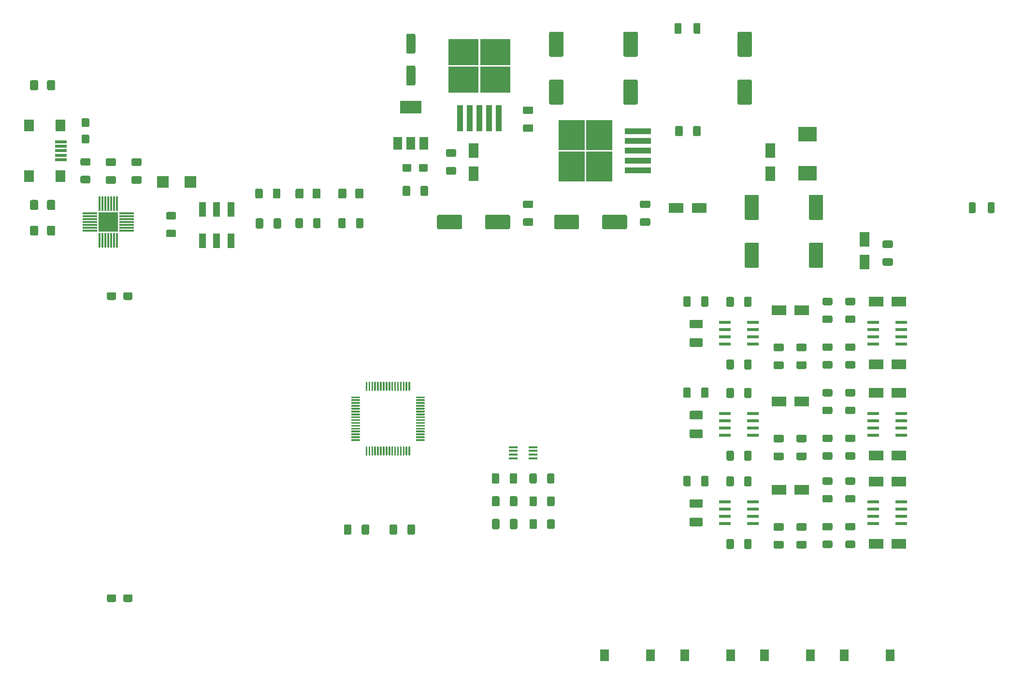
<source format=gbr>
%TF.GenerationSoftware,KiCad,Pcbnew,(5.1.7)-1*%
%TF.CreationDate,2021-02-07T17:43:08+09:00*%
%TF.ProjectId,BLDC_Motor_Controller_Ver2.0A,424c4443-5f4d-46f7-946f-725f436f6e74,Ver 2.0A*%
%TF.SameCoordinates,Original*%
%TF.FileFunction,Paste,Top*%
%TF.FilePolarity,Positive*%
%FSLAX46Y46*%
G04 Gerber Fmt 4.6, Leading zero omitted, Abs format (unit mm)*
G04 Created by KiCad (PCBNEW (5.1.7)-1) date 2021-02-07 17:43:08*
%MOMM*%
%LPD*%
G01*
G04 APERTURE LIST*
%ADD10R,3.300000X2.500000*%
%ADD11R,1.700000X2.500000*%
%ADD12R,2.500000X1.700000*%
%ADD13R,2.000000X0.500000*%
%ADD14R,1.700000X2.000000*%
%ADD15R,2.000000X0.600000*%
%ADD16R,1.550000X2.000000*%
%ADD17R,2.000000X2.000000*%
%ADD18R,1.200000X2.500000*%
%ADD19R,1.500000X2.200000*%
%ADD20R,3.800000X2.200000*%
%ADD21R,4.600000X1.100000*%
%ADD22R,4.550000X5.250000*%
%ADD23R,1.100000X4.600000*%
%ADD24R,5.250000X4.550000*%
%ADD25R,1.600000X0.300000*%
%ADD26R,2.500000X0.300000*%
%ADD27R,0.300000X2.500000*%
%ADD28R,3.400000X3.400000*%
G04 APERTURE END LIST*
%TO.C,U4*%
G36*
G01*
X119325000Y-111950000D02*
X119175000Y-111950000D01*
G75*
G02*
X119100000Y-111875000I0J75000D01*
G01*
X119100000Y-110475000D01*
G75*
G02*
X119175000Y-110400000I75000J0D01*
G01*
X119325000Y-110400000D01*
G75*
G02*
X119400000Y-110475000I0J-75000D01*
G01*
X119400000Y-111875000D01*
G75*
G02*
X119325000Y-111950000I-75000J0D01*
G01*
G37*
G36*
G01*
X119825000Y-111950000D02*
X119675000Y-111950000D01*
G75*
G02*
X119600000Y-111875000I0J75000D01*
G01*
X119600000Y-110475000D01*
G75*
G02*
X119675000Y-110400000I75000J0D01*
G01*
X119825000Y-110400000D01*
G75*
G02*
X119900000Y-110475000I0J-75000D01*
G01*
X119900000Y-111875000D01*
G75*
G02*
X119825000Y-111950000I-75000J0D01*
G01*
G37*
G36*
G01*
X120325000Y-111950000D02*
X120175000Y-111950000D01*
G75*
G02*
X120100000Y-111875000I0J75000D01*
G01*
X120100000Y-110475000D01*
G75*
G02*
X120175000Y-110400000I75000J0D01*
G01*
X120325000Y-110400000D01*
G75*
G02*
X120400000Y-110475000I0J-75000D01*
G01*
X120400000Y-111875000D01*
G75*
G02*
X120325000Y-111950000I-75000J0D01*
G01*
G37*
G36*
G01*
X120825000Y-111950000D02*
X120675000Y-111950000D01*
G75*
G02*
X120600000Y-111875000I0J75000D01*
G01*
X120600000Y-110475000D01*
G75*
G02*
X120675000Y-110400000I75000J0D01*
G01*
X120825000Y-110400000D01*
G75*
G02*
X120900000Y-110475000I0J-75000D01*
G01*
X120900000Y-111875000D01*
G75*
G02*
X120825000Y-111950000I-75000J0D01*
G01*
G37*
G36*
G01*
X121325000Y-111950000D02*
X121175000Y-111950000D01*
G75*
G02*
X121100000Y-111875000I0J75000D01*
G01*
X121100000Y-110475000D01*
G75*
G02*
X121175000Y-110400000I75000J0D01*
G01*
X121325000Y-110400000D01*
G75*
G02*
X121400000Y-110475000I0J-75000D01*
G01*
X121400000Y-111875000D01*
G75*
G02*
X121325000Y-111950000I-75000J0D01*
G01*
G37*
G36*
G01*
X121825000Y-111950000D02*
X121675000Y-111950000D01*
G75*
G02*
X121600000Y-111875000I0J75000D01*
G01*
X121600000Y-110475000D01*
G75*
G02*
X121675000Y-110400000I75000J0D01*
G01*
X121825000Y-110400000D01*
G75*
G02*
X121900000Y-110475000I0J-75000D01*
G01*
X121900000Y-111875000D01*
G75*
G02*
X121825000Y-111950000I-75000J0D01*
G01*
G37*
G36*
G01*
X122325000Y-111950000D02*
X122175000Y-111950000D01*
G75*
G02*
X122100000Y-111875000I0J75000D01*
G01*
X122100000Y-110475000D01*
G75*
G02*
X122175000Y-110400000I75000J0D01*
G01*
X122325000Y-110400000D01*
G75*
G02*
X122400000Y-110475000I0J-75000D01*
G01*
X122400000Y-111875000D01*
G75*
G02*
X122325000Y-111950000I-75000J0D01*
G01*
G37*
G36*
G01*
X122825000Y-111950000D02*
X122675000Y-111950000D01*
G75*
G02*
X122600000Y-111875000I0J75000D01*
G01*
X122600000Y-110475000D01*
G75*
G02*
X122675000Y-110400000I75000J0D01*
G01*
X122825000Y-110400000D01*
G75*
G02*
X122900000Y-110475000I0J-75000D01*
G01*
X122900000Y-111875000D01*
G75*
G02*
X122825000Y-111950000I-75000J0D01*
G01*
G37*
G36*
G01*
X123325000Y-111950000D02*
X123175000Y-111950000D01*
G75*
G02*
X123100000Y-111875000I0J75000D01*
G01*
X123100000Y-110475000D01*
G75*
G02*
X123175000Y-110400000I75000J0D01*
G01*
X123325000Y-110400000D01*
G75*
G02*
X123400000Y-110475000I0J-75000D01*
G01*
X123400000Y-111875000D01*
G75*
G02*
X123325000Y-111950000I-75000J0D01*
G01*
G37*
G36*
G01*
X123825000Y-111950000D02*
X123675000Y-111950000D01*
G75*
G02*
X123600000Y-111875000I0J75000D01*
G01*
X123600000Y-110475000D01*
G75*
G02*
X123675000Y-110400000I75000J0D01*
G01*
X123825000Y-110400000D01*
G75*
G02*
X123900000Y-110475000I0J-75000D01*
G01*
X123900000Y-111875000D01*
G75*
G02*
X123825000Y-111950000I-75000J0D01*
G01*
G37*
G36*
G01*
X124325000Y-111950000D02*
X124175000Y-111950000D01*
G75*
G02*
X124100000Y-111875000I0J75000D01*
G01*
X124100000Y-110475000D01*
G75*
G02*
X124175000Y-110400000I75000J0D01*
G01*
X124325000Y-110400000D01*
G75*
G02*
X124400000Y-110475000I0J-75000D01*
G01*
X124400000Y-111875000D01*
G75*
G02*
X124325000Y-111950000I-75000J0D01*
G01*
G37*
G36*
G01*
X124825000Y-111950000D02*
X124675000Y-111950000D01*
G75*
G02*
X124600000Y-111875000I0J75000D01*
G01*
X124600000Y-110475000D01*
G75*
G02*
X124675000Y-110400000I75000J0D01*
G01*
X124825000Y-110400000D01*
G75*
G02*
X124900000Y-110475000I0J-75000D01*
G01*
X124900000Y-111875000D01*
G75*
G02*
X124825000Y-111950000I-75000J0D01*
G01*
G37*
G36*
G01*
X125325000Y-111950000D02*
X125175000Y-111950000D01*
G75*
G02*
X125100000Y-111875000I0J75000D01*
G01*
X125100000Y-110475000D01*
G75*
G02*
X125175000Y-110400000I75000J0D01*
G01*
X125325000Y-110400000D01*
G75*
G02*
X125400000Y-110475000I0J-75000D01*
G01*
X125400000Y-111875000D01*
G75*
G02*
X125325000Y-111950000I-75000J0D01*
G01*
G37*
G36*
G01*
X125825000Y-111950000D02*
X125675000Y-111950000D01*
G75*
G02*
X125600000Y-111875000I0J75000D01*
G01*
X125600000Y-110475000D01*
G75*
G02*
X125675000Y-110400000I75000J0D01*
G01*
X125825000Y-110400000D01*
G75*
G02*
X125900000Y-110475000I0J-75000D01*
G01*
X125900000Y-111875000D01*
G75*
G02*
X125825000Y-111950000I-75000J0D01*
G01*
G37*
G36*
G01*
X126325000Y-111950000D02*
X126175000Y-111950000D01*
G75*
G02*
X126100000Y-111875000I0J75000D01*
G01*
X126100000Y-110475000D01*
G75*
G02*
X126175000Y-110400000I75000J0D01*
G01*
X126325000Y-110400000D01*
G75*
G02*
X126400000Y-110475000I0J-75000D01*
G01*
X126400000Y-111875000D01*
G75*
G02*
X126325000Y-111950000I-75000J0D01*
G01*
G37*
G36*
G01*
X126825000Y-111950000D02*
X126675000Y-111950000D01*
G75*
G02*
X126600000Y-111875000I0J75000D01*
G01*
X126600000Y-110475000D01*
G75*
G02*
X126675000Y-110400000I75000J0D01*
G01*
X126825000Y-110400000D01*
G75*
G02*
X126900000Y-110475000I0J-75000D01*
G01*
X126900000Y-111875000D01*
G75*
G02*
X126825000Y-111950000I-75000J0D01*
G01*
G37*
G36*
G01*
X129375000Y-109400000D02*
X127975000Y-109400000D01*
G75*
G02*
X127900000Y-109325000I0J75000D01*
G01*
X127900000Y-109175000D01*
G75*
G02*
X127975000Y-109100000I75000J0D01*
G01*
X129375000Y-109100000D01*
G75*
G02*
X129450000Y-109175000I0J-75000D01*
G01*
X129450000Y-109325000D01*
G75*
G02*
X129375000Y-109400000I-75000J0D01*
G01*
G37*
G36*
G01*
X129375000Y-108900000D02*
X127975000Y-108900000D01*
G75*
G02*
X127900000Y-108825000I0J75000D01*
G01*
X127900000Y-108675000D01*
G75*
G02*
X127975000Y-108600000I75000J0D01*
G01*
X129375000Y-108600000D01*
G75*
G02*
X129450000Y-108675000I0J-75000D01*
G01*
X129450000Y-108825000D01*
G75*
G02*
X129375000Y-108900000I-75000J0D01*
G01*
G37*
G36*
G01*
X129375000Y-108400000D02*
X127975000Y-108400000D01*
G75*
G02*
X127900000Y-108325000I0J75000D01*
G01*
X127900000Y-108175000D01*
G75*
G02*
X127975000Y-108100000I75000J0D01*
G01*
X129375000Y-108100000D01*
G75*
G02*
X129450000Y-108175000I0J-75000D01*
G01*
X129450000Y-108325000D01*
G75*
G02*
X129375000Y-108400000I-75000J0D01*
G01*
G37*
G36*
G01*
X129375000Y-107900000D02*
X127975000Y-107900000D01*
G75*
G02*
X127900000Y-107825000I0J75000D01*
G01*
X127900000Y-107675000D01*
G75*
G02*
X127975000Y-107600000I75000J0D01*
G01*
X129375000Y-107600000D01*
G75*
G02*
X129450000Y-107675000I0J-75000D01*
G01*
X129450000Y-107825000D01*
G75*
G02*
X129375000Y-107900000I-75000J0D01*
G01*
G37*
G36*
G01*
X129375000Y-107400000D02*
X127975000Y-107400000D01*
G75*
G02*
X127900000Y-107325000I0J75000D01*
G01*
X127900000Y-107175000D01*
G75*
G02*
X127975000Y-107100000I75000J0D01*
G01*
X129375000Y-107100000D01*
G75*
G02*
X129450000Y-107175000I0J-75000D01*
G01*
X129450000Y-107325000D01*
G75*
G02*
X129375000Y-107400000I-75000J0D01*
G01*
G37*
G36*
G01*
X129375000Y-106900000D02*
X127975000Y-106900000D01*
G75*
G02*
X127900000Y-106825000I0J75000D01*
G01*
X127900000Y-106675000D01*
G75*
G02*
X127975000Y-106600000I75000J0D01*
G01*
X129375000Y-106600000D01*
G75*
G02*
X129450000Y-106675000I0J-75000D01*
G01*
X129450000Y-106825000D01*
G75*
G02*
X129375000Y-106900000I-75000J0D01*
G01*
G37*
G36*
G01*
X129375000Y-106400000D02*
X127975000Y-106400000D01*
G75*
G02*
X127900000Y-106325000I0J75000D01*
G01*
X127900000Y-106175000D01*
G75*
G02*
X127975000Y-106100000I75000J0D01*
G01*
X129375000Y-106100000D01*
G75*
G02*
X129450000Y-106175000I0J-75000D01*
G01*
X129450000Y-106325000D01*
G75*
G02*
X129375000Y-106400000I-75000J0D01*
G01*
G37*
G36*
G01*
X129375000Y-105900000D02*
X127975000Y-105900000D01*
G75*
G02*
X127900000Y-105825000I0J75000D01*
G01*
X127900000Y-105675000D01*
G75*
G02*
X127975000Y-105600000I75000J0D01*
G01*
X129375000Y-105600000D01*
G75*
G02*
X129450000Y-105675000I0J-75000D01*
G01*
X129450000Y-105825000D01*
G75*
G02*
X129375000Y-105900000I-75000J0D01*
G01*
G37*
G36*
G01*
X129375000Y-105400000D02*
X127975000Y-105400000D01*
G75*
G02*
X127900000Y-105325000I0J75000D01*
G01*
X127900000Y-105175000D01*
G75*
G02*
X127975000Y-105100000I75000J0D01*
G01*
X129375000Y-105100000D01*
G75*
G02*
X129450000Y-105175000I0J-75000D01*
G01*
X129450000Y-105325000D01*
G75*
G02*
X129375000Y-105400000I-75000J0D01*
G01*
G37*
G36*
G01*
X129375000Y-104900000D02*
X127975000Y-104900000D01*
G75*
G02*
X127900000Y-104825000I0J75000D01*
G01*
X127900000Y-104675000D01*
G75*
G02*
X127975000Y-104600000I75000J0D01*
G01*
X129375000Y-104600000D01*
G75*
G02*
X129450000Y-104675000I0J-75000D01*
G01*
X129450000Y-104825000D01*
G75*
G02*
X129375000Y-104900000I-75000J0D01*
G01*
G37*
G36*
G01*
X129375000Y-104400000D02*
X127975000Y-104400000D01*
G75*
G02*
X127900000Y-104325000I0J75000D01*
G01*
X127900000Y-104175000D01*
G75*
G02*
X127975000Y-104100000I75000J0D01*
G01*
X129375000Y-104100000D01*
G75*
G02*
X129450000Y-104175000I0J-75000D01*
G01*
X129450000Y-104325000D01*
G75*
G02*
X129375000Y-104400000I-75000J0D01*
G01*
G37*
G36*
G01*
X129375000Y-103900000D02*
X127975000Y-103900000D01*
G75*
G02*
X127900000Y-103825000I0J75000D01*
G01*
X127900000Y-103675000D01*
G75*
G02*
X127975000Y-103600000I75000J0D01*
G01*
X129375000Y-103600000D01*
G75*
G02*
X129450000Y-103675000I0J-75000D01*
G01*
X129450000Y-103825000D01*
G75*
G02*
X129375000Y-103900000I-75000J0D01*
G01*
G37*
G36*
G01*
X129375000Y-103400000D02*
X127975000Y-103400000D01*
G75*
G02*
X127900000Y-103325000I0J75000D01*
G01*
X127900000Y-103175000D01*
G75*
G02*
X127975000Y-103100000I75000J0D01*
G01*
X129375000Y-103100000D01*
G75*
G02*
X129450000Y-103175000I0J-75000D01*
G01*
X129450000Y-103325000D01*
G75*
G02*
X129375000Y-103400000I-75000J0D01*
G01*
G37*
G36*
G01*
X129375000Y-102900000D02*
X127975000Y-102900000D01*
G75*
G02*
X127900000Y-102825000I0J75000D01*
G01*
X127900000Y-102675000D01*
G75*
G02*
X127975000Y-102600000I75000J0D01*
G01*
X129375000Y-102600000D01*
G75*
G02*
X129450000Y-102675000I0J-75000D01*
G01*
X129450000Y-102825000D01*
G75*
G02*
X129375000Y-102900000I-75000J0D01*
G01*
G37*
G36*
G01*
X129375000Y-102400000D02*
X127975000Y-102400000D01*
G75*
G02*
X127900000Y-102325000I0J75000D01*
G01*
X127900000Y-102175000D01*
G75*
G02*
X127975000Y-102100000I75000J0D01*
G01*
X129375000Y-102100000D01*
G75*
G02*
X129450000Y-102175000I0J-75000D01*
G01*
X129450000Y-102325000D01*
G75*
G02*
X129375000Y-102400000I-75000J0D01*
G01*
G37*
G36*
G01*
X129375000Y-101900000D02*
X127975000Y-101900000D01*
G75*
G02*
X127900000Y-101825000I0J75000D01*
G01*
X127900000Y-101675000D01*
G75*
G02*
X127975000Y-101600000I75000J0D01*
G01*
X129375000Y-101600000D01*
G75*
G02*
X129450000Y-101675000I0J-75000D01*
G01*
X129450000Y-101825000D01*
G75*
G02*
X129375000Y-101900000I-75000J0D01*
G01*
G37*
G36*
G01*
X126825000Y-100600000D02*
X126675000Y-100600000D01*
G75*
G02*
X126600000Y-100525000I0J75000D01*
G01*
X126600000Y-99125000D01*
G75*
G02*
X126675000Y-99050000I75000J0D01*
G01*
X126825000Y-99050000D01*
G75*
G02*
X126900000Y-99125000I0J-75000D01*
G01*
X126900000Y-100525000D01*
G75*
G02*
X126825000Y-100600000I-75000J0D01*
G01*
G37*
G36*
G01*
X126325000Y-100600000D02*
X126175000Y-100600000D01*
G75*
G02*
X126100000Y-100525000I0J75000D01*
G01*
X126100000Y-99125000D01*
G75*
G02*
X126175000Y-99050000I75000J0D01*
G01*
X126325000Y-99050000D01*
G75*
G02*
X126400000Y-99125000I0J-75000D01*
G01*
X126400000Y-100525000D01*
G75*
G02*
X126325000Y-100600000I-75000J0D01*
G01*
G37*
G36*
G01*
X125825000Y-100600000D02*
X125675000Y-100600000D01*
G75*
G02*
X125600000Y-100525000I0J75000D01*
G01*
X125600000Y-99125000D01*
G75*
G02*
X125675000Y-99050000I75000J0D01*
G01*
X125825000Y-99050000D01*
G75*
G02*
X125900000Y-99125000I0J-75000D01*
G01*
X125900000Y-100525000D01*
G75*
G02*
X125825000Y-100600000I-75000J0D01*
G01*
G37*
G36*
G01*
X125325000Y-100600000D02*
X125175000Y-100600000D01*
G75*
G02*
X125100000Y-100525000I0J75000D01*
G01*
X125100000Y-99125000D01*
G75*
G02*
X125175000Y-99050000I75000J0D01*
G01*
X125325000Y-99050000D01*
G75*
G02*
X125400000Y-99125000I0J-75000D01*
G01*
X125400000Y-100525000D01*
G75*
G02*
X125325000Y-100600000I-75000J0D01*
G01*
G37*
G36*
G01*
X124825000Y-100600000D02*
X124675000Y-100600000D01*
G75*
G02*
X124600000Y-100525000I0J75000D01*
G01*
X124600000Y-99125000D01*
G75*
G02*
X124675000Y-99050000I75000J0D01*
G01*
X124825000Y-99050000D01*
G75*
G02*
X124900000Y-99125000I0J-75000D01*
G01*
X124900000Y-100525000D01*
G75*
G02*
X124825000Y-100600000I-75000J0D01*
G01*
G37*
G36*
G01*
X124325000Y-100600000D02*
X124175000Y-100600000D01*
G75*
G02*
X124100000Y-100525000I0J75000D01*
G01*
X124100000Y-99125000D01*
G75*
G02*
X124175000Y-99050000I75000J0D01*
G01*
X124325000Y-99050000D01*
G75*
G02*
X124400000Y-99125000I0J-75000D01*
G01*
X124400000Y-100525000D01*
G75*
G02*
X124325000Y-100600000I-75000J0D01*
G01*
G37*
G36*
G01*
X123825000Y-100600000D02*
X123675000Y-100600000D01*
G75*
G02*
X123600000Y-100525000I0J75000D01*
G01*
X123600000Y-99125000D01*
G75*
G02*
X123675000Y-99050000I75000J0D01*
G01*
X123825000Y-99050000D01*
G75*
G02*
X123900000Y-99125000I0J-75000D01*
G01*
X123900000Y-100525000D01*
G75*
G02*
X123825000Y-100600000I-75000J0D01*
G01*
G37*
G36*
G01*
X123325000Y-100600000D02*
X123175000Y-100600000D01*
G75*
G02*
X123100000Y-100525000I0J75000D01*
G01*
X123100000Y-99125000D01*
G75*
G02*
X123175000Y-99050000I75000J0D01*
G01*
X123325000Y-99050000D01*
G75*
G02*
X123400000Y-99125000I0J-75000D01*
G01*
X123400000Y-100525000D01*
G75*
G02*
X123325000Y-100600000I-75000J0D01*
G01*
G37*
G36*
G01*
X122825000Y-100600000D02*
X122675000Y-100600000D01*
G75*
G02*
X122600000Y-100525000I0J75000D01*
G01*
X122600000Y-99125000D01*
G75*
G02*
X122675000Y-99050000I75000J0D01*
G01*
X122825000Y-99050000D01*
G75*
G02*
X122900000Y-99125000I0J-75000D01*
G01*
X122900000Y-100525000D01*
G75*
G02*
X122825000Y-100600000I-75000J0D01*
G01*
G37*
G36*
G01*
X122325000Y-100600000D02*
X122175000Y-100600000D01*
G75*
G02*
X122100000Y-100525000I0J75000D01*
G01*
X122100000Y-99125000D01*
G75*
G02*
X122175000Y-99050000I75000J0D01*
G01*
X122325000Y-99050000D01*
G75*
G02*
X122400000Y-99125000I0J-75000D01*
G01*
X122400000Y-100525000D01*
G75*
G02*
X122325000Y-100600000I-75000J0D01*
G01*
G37*
G36*
G01*
X121825000Y-100600000D02*
X121675000Y-100600000D01*
G75*
G02*
X121600000Y-100525000I0J75000D01*
G01*
X121600000Y-99125000D01*
G75*
G02*
X121675000Y-99050000I75000J0D01*
G01*
X121825000Y-99050000D01*
G75*
G02*
X121900000Y-99125000I0J-75000D01*
G01*
X121900000Y-100525000D01*
G75*
G02*
X121825000Y-100600000I-75000J0D01*
G01*
G37*
G36*
G01*
X121325000Y-100600000D02*
X121175000Y-100600000D01*
G75*
G02*
X121100000Y-100525000I0J75000D01*
G01*
X121100000Y-99125000D01*
G75*
G02*
X121175000Y-99050000I75000J0D01*
G01*
X121325000Y-99050000D01*
G75*
G02*
X121400000Y-99125000I0J-75000D01*
G01*
X121400000Y-100525000D01*
G75*
G02*
X121325000Y-100600000I-75000J0D01*
G01*
G37*
G36*
G01*
X120825000Y-100600000D02*
X120675000Y-100600000D01*
G75*
G02*
X120600000Y-100525000I0J75000D01*
G01*
X120600000Y-99125000D01*
G75*
G02*
X120675000Y-99050000I75000J0D01*
G01*
X120825000Y-99050000D01*
G75*
G02*
X120900000Y-99125000I0J-75000D01*
G01*
X120900000Y-100525000D01*
G75*
G02*
X120825000Y-100600000I-75000J0D01*
G01*
G37*
G36*
G01*
X120325000Y-100600000D02*
X120175000Y-100600000D01*
G75*
G02*
X120100000Y-100525000I0J75000D01*
G01*
X120100000Y-99125000D01*
G75*
G02*
X120175000Y-99050000I75000J0D01*
G01*
X120325000Y-99050000D01*
G75*
G02*
X120400000Y-99125000I0J-75000D01*
G01*
X120400000Y-100525000D01*
G75*
G02*
X120325000Y-100600000I-75000J0D01*
G01*
G37*
G36*
G01*
X119825000Y-100600000D02*
X119675000Y-100600000D01*
G75*
G02*
X119600000Y-100525000I0J75000D01*
G01*
X119600000Y-99125000D01*
G75*
G02*
X119675000Y-99050000I75000J0D01*
G01*
X119825000Y-99050000D01*
G75*
G02*
X119900000Y-99125000I0J-75000D01*
G01*
X119900000Y-100525000D01*
G75*
G02*
X119825000Y-100600000I-75000J0D01*
G01*
G37*
G36*
G01*
X119325000Y-100600000D02*
X119175000Y-100600000D01*
G75*
G02*
X119100000Y-100525000I0J75000D01*
G01*
X119100000Y-99125000D01*
G75*
G02*
X119175000Y-99050000I75000J0D01*
G01*
X119325000Y-99050000D01*
G75*
G02*
X119400000Y-99125000I0J-75000D01*
G01*
X119400000Y-100525000D01*
G75*
G02*
X119325000Y-100600000I-75000J0D01*
G01*
G37*
G36*
G01*
X118025000Y-101900000D02*
X116625000Y-101900000D01*
G75*
G02*
X116550000Y-101825000I0J75000D01*
G01*
X116550000Y-101675000D01*
G75*
G02*
X116625000Y-101600000I75000J0D01*
G01*
X118025000Y-101600000D01*
G75*
G02*
X118100000Y-101675000I0J-75000D01*
G01*
X118100000Y-101825000D01*
G75*
G02*
X118025000Y-101900000I-75000J0D01*
G01*
G37*
G36*
G01*
X118025000Y-102400000D02*
X116625000Y-102400000D01*
G75*
G02*
X116550000Y-102325000I0J75000D01*
G01*
X116550000Y-102175000D01*
G75*
G02*
X116625000Y-102100000I75000J0D01*
G01*
X118025000Y-102100000D01*
G75*
G02*
X118100000Y-102175000I0J-75000D01*
G01*
X118100000Y-102325000D01*
G75*
G02*
X118025000Y-102400000I-75000J0D01*
G01*
G37*
G36*
G01*
X118025000Y-102900000D02*
X116625000Y-102900000D01*
G75*
G02*
X116550000Y-102825000I0J75000D01*
G01*
X116550000Y-102675000D01*
G75*
G02*
X116625000Y-102600000I75000J0D01*
G01*
X118025000Y-102600000D01*
G75*
G02*
X118100000Y-102675000I0J-75000D01*
G01*
X118100000Y-102825000D01*
G75*
G02*
X118025000Y-102900000I-75000J0D01*
G01*
G37*
G36*
G01*
X118025000Y-103400000D02*
X116625000Y-103400000D01*
G75*
G02*
X116550000Y-103325000I0J75000D01*
G01*
X116550000Y-103175000D01*
G75*
G02*
X116625000Y-103100000I75000J0D01*
G01*
X118025000Y-103100000D01*
G75*
G02*
X118100000Y-103175000I0J-75000D01*
G01*
X118100000Y-103325000D01*
G75*
G02*
X118025000Y-103400000I-75000J0D01*
G01*
G37*
G36*
G01*
X118025000Y-103900000D02*
X116625000Y-103900000D01*
G75*
G02*
X116550000Y-103825000I0J75000D01*
G01*
X116550000Y-103675000D01*
G75*
G02*
X116625000Y-103600000I75000J0D01*
G01*
X118025000Y-103600000D01*
G75*
G02*
X118100000Y-103675000I0J-75000D01*
G01*
X118100000Y-103825000D01*
G75*
G02*
X118025000Y-103900000I-75000J0D01*
G01*
G37*
G36*
G01*
X118025000Y-104400000D02*
X116625000Y-104400000D01*
G75*
G02*
X116550000Y-104325000I0J75000D01*
G01*
X116550000Y-104175000D01*
G75*
G02*
X116625000Y-104100000I75000J0D01*
G01*
X118025000Y-104100000D01*
G75*
G02*
X118100000Y-104175000I0J-75000D01*
G01*
X118100000Y-104325000D01*
G75*
G02*
X118025000Y-104400000I-75000J0D01*
G01*
G37*
G36*
G01*
X118025000Y-104900000D02*
X116625000Y-104900000D01*
G75*
G02*
X116550000Y-104825000I0J75000D01*
G01*
X116550000Y-104675000D01*
G75*
G02*
X116625000Y-104600000I75000J0D01*
G01*
X118025000Y-104600000D01*
G75*
G02*
X118100000Y-104675000I0J-75000D01*
G01*
X118100000Y-104825000D01*
G75*
G02*
X118025000Y-104900000I-75000J0D01*
G01*
G37*
G36*
G01*
X118025000Y-105400000D02*
X116625000Y-105400000D01*
G75*
G02*
X116550000Y-105325000I0J75000D01*
G01*
X116550000Y-105175000D01*
G75*
G02*
X116625000Y-105100000I75000J0D01*
G01*
X118025000Y-105100000D01*
G75*
G02*
X118100000Y-105175000I0J-75000D01*
G01*
X118100000Y-105325000D01*
G75*
G02*
X118025000Y-105400000I-75000J0D01*
G01*
G37*
G36*
G01*
X118025000Y-105900000D02*
X116625000Y-105900000D01*
G75*
G02*
X116550000Y-105825000I0J75000D01*
G01*
X116550000Y-105675000D01*
G75*
G02*
X116625000Y-105600000I75000J0D01*
G01*
X118025000Y-105600000D01*
G75*
G02*
X118100000Y-105675000I0J-75000D01*
G01*
X118100000Y-105825000D01*
G75*
G02*
X118025000Y-105900000I-75000J0D01*
G01*
G37*
G36*
G01*
X118025000Y-106400000D02*
X116625000Y-106400000D01*
G75*
G02*
X116550000Y-106325000I0J75000D01*
G01*
X116550000Y-106175000D01*
G75*
G02*
X116625000Y-106100000I75000J0D01*
G01*
X118025000Y-106100000D01*
G75*
G02*
X118100000Y-106175000I0J-75000D01*
G01*
X118100000Y-106325000D01*
G75*
G02*
X118025000Y-106400000I-75000J0D01*
G01*
G37*
G36*
G01*
X118025000Y-106900000D02*
X116625000Y-106900000D01*
G75*
G02*
X116550000Y-106825000I0J75000D01*
G01*
X116550000Y-106675000D01*
G75*
G02*
X116625000Y-106600000I75000J0D01*
G01*
X118025000Y-106600000D01*
G75*
G02*
X118100000Y-106675000I0J-75000D01*
G01*
X118100000Y-106825000D01*
G75*
G02*
X118025000Y-106900000I-75000J0D01*
G01*
G37*
G36*
G01*
X118025000Y-107400000D02*
X116625000Y-107400000D01*
G75*
G02*
X116550000Y-107325000I0J75000D01*
G01*
X116550000Y-107175000D01*
G75*
G02*
X116625000Y-107100000I75000J0D01*
G01*
X118025000Y-107100000D01*
G75*
G02*
X118100000Y-107175000I0J-75000D01*
G01*
X118100000Y-107325000D01*
G75*
G02*
X118025000Y-107400000I-75000J0D01*
G01*
G37*
G36*
G01*
X118025000Y-107900000D02*
X116625000Y-107900000D01*
G75*
G02*
X116550000Y-107825000I0J75000D01*
G01*
X116550000Y-107675000D01*
G75*
G02*
X116625000Y-107600000I75000J0D01*
G01*
X118025000Y-107600000D01*
G75*
G02*
X118100000Y-107675000I0J-75000D01*
G01*
X118100000Y-107825000D01*
G75*
G02*
X118025000Y-107900000I-75000J0D01*
G01*
G37*
G36*
G01*
X118025000Y-108400000D02*
X116625000Y-108400000D01*
G75*
G02*
X116550000Y-108325000I0J75000D01*
G01*
X116550000Y-108175000D01*
G75*
G02*
X116625000Y-108100000I75000J0D01*
G01*
X118025000Y-108100000D01*
G75*
G02*
X118100000Y-108175000I0J-75000D01*
G01*
X118100000Y-108325000D01*
G75*
G02*
X118025000Y-108400000I-75000J0D01*
G01*
G37*
G36*
G01*
X118025000Y-108900000D02*
X116625000Y-108900000D01*
G75*
G02*
X116550000Y-108825000I0J75000D01*
G01*
X116550000Y-108675000D01*
G75*
G02*
X116625000Y-108600000I75000J0D01*
G01*
X118025000Y-108600000D01*
G75*
G02*
X118100000Y-108675000I0J-75000D01*
G01*
X118100000Y-108825000D01*
G75*
G02*
X118025000Y-108900000I-75000J0D01*
G01*
G37*
G36*
G01*
X118025000Y-109400000D02*
X116625000Y-109400000D01*
G75*
G02*
X116550000Y-109325000I0J75000D01*
G01*
X116550000Y-109175000D01*
G75*
G02*
X116625000Y-109100000I75000J0D01*
G01*
X118025000Y-109100000D01*
G75*
G02*
X118100000Y-109175000I0J-75000D01*
G01*
X118100000Y-109325000D01*
G75*
G02*
X118025000Y-109400000I-75000J0D01*
G01*
G37*
%TD*%
%TO.C,R7*%
G36*
G01*
X182300000Y-117125001D02*
X182300000Y-115874999D01*
G75*
G02*
X182549999Y-115625000I249999J0D01*
G01*
X183350001Y-115625000D01*
G75*
G02*
X183600000Y-115874999I0J-249999D01*
G01*
X183600000Y-117125001D01*
G75*
G02*
X183350001Y-117375000I-249999J0D01*
G01*
X182549999Y-117375000D01*
G75*
G02*
X182300000Y-117125001I0J249999D01*
G01*
G37*
G36*
G01*
X185400000Y-117125001D02*
X185400000Y-115874999D01*
G75*
G02*
X185649999Y-115625000I249999J0D01*
G01*
X186450001Y-115625000D01*
G75*
G02*
X186700000Y-115874999I0J-249999D01*
G01*
X186700000Y-117125001D01*
G75*
G02*
X186450001Y-117375000I-249999J0D01*
G01*
X185649999Y-117375000D01*
G75*
G02*
X185400000Y-117125001I0J249999D01*
G01*
G37*
%TD*%
%TO.C,R19*%
G36*
G01*
X203374999Y-118900000D02*
X204625001Y-118900000D01*
G75*
G02*
X204875000Y-119149999I0J-249999D01*
G01*
X204875000Y-119950001D01*
G75*
G02*
X204625001Y-120200000I-249999J0D01*
G01*
X203374999Y-120200000D01*
G75*
G02*
X203125000Y-119950001I0J249999D01*
G01*
X203125000Y-119149999D01*
G75*
G02*
X203374999Y-118900000I249999J0D01*
G01*
G37*
G36*
G01*
X203374999Y-115800000D02*
X204625001Y-115800000D01*
G75*
G02*
X204875000Y-116049999I0J-249999D01*
G01*
X204875000Y-116850001D01*
G75*
G02*
X204625001Y-117100000I-249999J0D01*
G01*
X203374999Y-117100000D01*
G75*
G02*
X203125000Y-116850001I0J249999D01*
G01*
X203125000Y-116049999D01*
G75*
G02*
X203374999Y-115800000I249999J0D01*
G01*
G37*
%TD*%
%TO.C,C1*%
G36*
G01*
X176450000Y-55700002D02*
X176450000Y-54399998D01*
G75*
G02*
X176699998Y-54150000I249998J0D01*
G01*
X177525002Y-54150000D01*
G75*
G02*
X177775000Y-54399998I0J-249998D01*
G01*
X177775000Y-55700002D01*
G75*
G02*
X177525002Y-55950000I-249998J0D01*
G01*
X176699998Y-55950000D01*
G75*
G02*
X176450000Y-55700002I0J249998D01*
G01*
G37*
G36*
G01*
X173325000Y-55700002D02*
X173325000Y-54399998D01*
G75*
G02*
X173574998Y-54150000I249998J0D01*
G01*
X174400002Y-54150000D01*
G75*
G02*
X174650000Y-54399998I0J-249998D01*
G01*
X174650000Y-55700002D01*
G75*
G02*
X174400002Y-55950000I-249998J0D01*
G01*
X173574998Y-55950000D01*
G75*
G02*
X173325000Y-55700002I0J249998D01*
G01*
G37*
%TD*%
%TO.C,C2*%
G36*
G01*
X148200002Y-52050000D02*
X146899998Y-52050000D01*
G75*
G02*
X146650000Y-51800002I0J249998D01*
G01*
X146650000Y-50974998D01*
G75*
G02*
X146899998Y-50725000I249998J0D01*
G01*
X148200002Y-50725000D01*
G75*
G02*
X148450000Y-50974998I0J-249998D01*
G01*
X148450000Y-51800002D01*
G75*
G02*
X148200002Y-52050000I-249998J0D01*
G01*
G37*
G36*
G01*
X148200002Y-55175000D02*
X146899998Y-55175000D01*
G75*
G02*
X146650000Y-54925002I0J249998D01*
G01*
X146650000Y-54099998D01*
G75*
G02*
X146899998Y-53850000I249998J0D01*
G01*
X148200002Y-53850000D01*
G75*
G02*
X148450000Y-54099998I0J-249998D01*
G01*
X148450000Y-54925002D01*
G75*
G02*
X148200002Y-55175000I-249998J0D01*
G01*
G37*
%TD*%
%TO.C,C3*%
G36*
G01*
X134700002Y-59550000D02*
X133399998Y-59550000D01*
G75*
G02*
X133150000Y-59300002I0J249998D01*
G01*
X133150000Y-58474998D01*
G75*
G02*
X133399998Y-58225000I249998J0D01*
G01*
X134700002Y-58225000D01*
G75*
G02*
X134950000Y-58474998I0J-249998D01*
G01*
X134950000Y-59300002D01*
G75*
G02*
X134700002Y-59550000I-249998J0D01*
G01*
G37*
G36*
G01*
X134700002Y-62675000D02*
X133399998Y-62675000D01*
G75*
G02*
X133150000Y-62425002I0J249998D01*
G01*
X133150000Y-61599998D01*
G75*
G02*
X133399998Y-61350000I249998J0D01*
G01*
X134700002Y-61350000D01*
G75*
G02*
X134950000Y-61599998I0J-249998D01*
G01*
X134950000Y-62425002D01*
G75*
G02*
X134700002Y-62675000I-249998J0D01*
G01*
G37*
%TD*%
%TO.C,C4*%
G36*
G01*
X166500000Y-50400000D02*
X164500000Y-50400000D01*
G75*
G02*
X164250000Y-50150000I0J250000D01*
G01*
X164250000Y-46250000D01*
G75*
G02*
X164500000Y-46000000I250000J0D01*
G01*
X166500000Y-46000000D01*
G75*
G02*
X166750000Y-46250000I0J-250000D01*
G01*
X166750000Y-50150000D01*
G75*
G02*
X166500000Y-50400000I-250000J0D01*
G01*
G37*
G36*
G01*
X166500000Y-42000000D02*
X164500000Y-42000000D01*
G75*
G02*
X164250000Y-41750000I0J250000D01*
G01*
X164250000Y-37850000D01*
G75*
G02*
X164500000Y-37600000I250000J0D01*
G01*
X166500000Y-37600000D01*
G75*
G02*
X166750000Y-37850000I0J-250000D01*
G01*
X166750000Y-41750000D01*
G75*
G02*
X166500000Y-42000000I-250000J0D01*
G01*
G37*
%TD*%
%TO.C,C5*%
G36*
G01*
X153500000Y-42000000D02*
X151500000Y-42000000D01*
G75*
G02*
X151250000Y-41750000I0J250000D01*
G01*
X151250000Y-37850000D01*
G75*
G02*
X151500000Y-37600000I250000J0D01*
G01*
X153500000Y-37600000D01*
G75*
G02*
X153750000Y-37850000I0J-250000D01*
G01*
X153750000Y-41750000D01*
G75*
G02*
X153500000Y-42000000I-250000J0D01*
G01*
G37*
G36*
G01*
X153500000Y-50400000D02*
X151500000Y-50400000D01*
G75*
G02*
X151250000Y-50150000I0J250000D01*
G01*
X151250000Y-46250000D01*
G75*
G02*
X151500000Y-46000000I250000J0D01*
G01*
X153500000Y-46000000D01*
G75*
G02*
X153750000Y-46250000I0J-250000D01*
G01*
X153750000Y-50150000D01*
G75*
G02*
X153500000Y-50400000I-250000J0D01*
G01*
G37*
%TD*%
%TO.C,C6*%
G36*
G01*
X127550000Y-41450000D02*
X126450000Y-41450000D01*
G75*
G02*
X126200000Y-41200000I0J250000D01*
G01*
X126200000Y-38200000D01*
G75*
G02*
X126450000Y-37950000I250000J0D01*
G01*
X127550000Y-37950000D01*
G75*
G02*
X127800000Y-38200000I0J-250000D01*
G01*
X127800000Y-41200000D01*
G75*
G02*
X127550000Y-41450000I-250000J0D01*
G01*
G37*
G36*
G01*
X127550000Y-47050000D02*
X126450000Y-47050000D01*
G75*
G02*
X126200000Y-46800000I0J250000D01*
G01*
X126200000Y-43800000D01*
G75*
G02*
X126450000Y-43550000I250000J0D01*
G01*
X127550000Y-43550000D01*
G75*
G02*
X127800000Y-43800000I0J-250000D01*
G01*
X127800000Y-46800000D01*
G75*
G02*
X127550000Y-47050000I-250000J0D01*
G01*
G37*
%TD*%
%TO.C,C7*%
G36*
G01*
X125525000Y-61925001D02*
X125525000Y-61074999D01*
G75*
G02*
X125774999Y-60825000I249999J0D01*
G01*
X126850001Y-60825000D01*
G75*
G02*
X127100000Y-61074999I0J-249999D01*
G01*
X127100000Y-61925001D01*
G75*
G02*
X126850001Y-62175000I-249999J0D01*
G01*
X125774999Y-62175000D01*
G75*
G02*
X125525000Y-61925001I0J249999D01*
G01*
G37*
G36*
G01*
X128400000Y-61925001D02*
X128400000Y-61074999D01*
G75*
G02*
X128649999Y-60825000I249999J0D01*
G01*
X129725001Y-60825000D01*
G75*
G02*
X129975000Y-61074999I0J-249999D01*
G01*
X129975000Y-61925001D01*
G75*
G02*
X129725001Y-62175000I-249999J0D01*
G01*
X128649999Y-62175000D01*
G75*
G02*
X128400000Y-61925001I0J249999D01*
G01*
G37*
%TD*%
%TO.C,C8*%
G36*
G01*
X186500000Y-50400000D02*
X184500000Y-50400000D01*
G75*
G02*
X184250000Y-50150000I0J250000D01*
G01*
X184250000Y-46250000D01*
G75*
G02*
X184500000Y-46000000I250000J0D01*
G01*
X186500000Y-46000000D01*
G75*
G02*
X186750000Y-46250000I0J-250000D01*
G01*
X186750000Y-50150000D01*
G75*
G02*
X186500000Y-50400000I-250000J0D01*
G01*
G37*
G36*
G01*
X186500000Y-42000000D02*
X184500000Y-42000000D01*
G75*
G02*
X184250000Y-41750000I0J250000D01*
G01*
X184250000Y-37850000D01*
G75*
G02*
X184500000Y-37600000I250000J0D01*
G01*
X186500000Y-37600000D01*
G75*
G02*
X186750000Y-37850000I0J-250000D01*
G01*
X186750000Y-41750000D01*
G75*
G02*
X186500000Y-42000000I-250000J0D01*
G01*
G37*
%TD*%
%TO.C,C9*%
G36*
G01*
X128700000Y-66200002D02*
X128700000Y-64899998D01*
G75*
G02*
X128949998Y-64650000I249998J0D01*
G01*
X129775002Y-64650000D01*
G75*
G02*
X130025000Y-64899998I0J-249998D01*
G01*
X130025000Y-66200002D01*
G75*
G02*
X129775002Y-66450000I-249998J0D01*
G01*
X128949998Y-66450000D01*
G75*
G02*
X128700000Y-66200002I0J249998D01*
G01*
G37*
G36*
G01*
X125575000Y-66200002D02*
X125575000Y-64899998D01*
G75*
G02*
X125824998Y-64650000I249998J0D01*
G01*
X126650002Y-64650000D01*
G75*
G02*
X126900000Y-64899998I0J-249998D01*
G01*
X126900000Y-66200002D01*
G75*
G02*
X126650002Y-66450000I-249998J0D01*
G01*
X125824998Y-66450000D01*
G75*
G02*
X125575000Y-66200002I0J249998D01*
G01*
G37*
%TD*%
%TO.C,C10*%
G36*
G01*
X144400000Y-70000000D02*
X144400000Y-72000000D01*
G75*
G02*
X144150000Y-72250000I-250000J0D01*
G01*
X140250000Y-72250000D01*
G75*
G02*
X140000000Y-72000000I0J250000D01*
G01*
X140000000Y-70000000D01*
G75*
G02*
X140250000Y-69750000I250000J0D01*
G01*
X144150000Y-69750000D01*
G75*
G02*
X144400000Y-70000000I0J-250000D01*
G01*
G37*
G36*
G01*
X136000000Y-70000000D02*
X136000000Y-72000000D01*
G75*
G02*
X135750000Y-72250000I-250000J0D01*
G01*
X131850000Y-72250000D01*
G75*
G02*
X131600000Y-72000000I0J250000D01*
G01*
X131600000Y-70000000D01*
G75*
G02*
X131850000Y-69750000I250000J0D01*
G01*
X135750000Y-69750000D01*
G75*
G02*
X136000000Y-70000000I0J-250000D01*
G01*
G37*
%TD*%
%TO.C,C11*%
G36*
G01*
X164900000Y-70000000D02*
X164900000Y-72000000D01*
G75*
G02*
X164650000Y-72250000I-250000J0D01*
G01*
X160750000Y-72250000D01*
G75*
G02*
X160500000Y-72000000I0J250000D01*
G01*
X160500000Y-70000000D01*
G75*
G02*
X160750000Y-69750000I250000J0D01*
G01*
X164650000Y-69750000D01*
G75*
G02*
X164900000Y-70000000I0J-250000D01*
G01*
G37*
G36*
G01*
X156500000Y-70000000D02*
X156500000Y-72000000D01*
G75*
G02*
X156250000Y-72250000I-250000J0D01*
G01*
X152350000Y-72250000D01*
G75*
G02*
X152100000Y-72000000I0J250000D01*
G01*
X152100000Y-70000000D01*
G75*
G02*
X152350000Y-69750000I250000J0D01*
G01*
X156250000Y-69750000D01*
G75*
G02*
X156500000Y-70000000I0J-250000D01*
G01*
G37*
%TD*%
%TO.C,C12*%
G36*
G01*
X148200002Y-71675000D02*
X146899998Y-71675000D01*
G75*
G02*
X146650000Y-71425002I0J249998D01*
G01*
X146650000Y-70599998D01*
G75*
G02*
X146899998Y-70350000I249998J0D01*
G01*
X148200002Y-70350000D01*
G75*
G02*
X148450000Y-70599998I0J-249998D01*
G01*
X148450000Y-71425002D01*
G75*
G02*
X148200002Y-71675000I-249998J0D01*
G01*
G37*
G36*
G01*
X148200002Y-68550000D02*
X146899998Y-68550000D01*
G75*
G02*
X146650000Y-68300002I0J249998D01*
G01*
X146650000Y-67474998D01*
G75*
G02*
X146899998Y-67225000I249998J0D01*
G01*
X148200002Y-67225000D01*
G75*
G02*
X148450000Y-67474998I0J-249998D01*
G01*
X148450000Y-68300002D01*
G75*
G02*
X148200002Y-68550000I-249998J0D01*
G01*
G37*
%TD*%
%TO.C,C13*%
G36*
G01*
X168700002Y-71675000D02*
X167399998Y-71675000D01*
G75*
G02*
X167150000Y-71425002I0J249998D01*
G01*
X167150000Y-70599998D01*
G75*
G02*
X167399998Y-70350000I249998J0D01*
G01*
X168700002Y-70350000D01*
G75*
G02*
X168950000Y-70599998I0J-249998D01*
G01*
X168950000Y-71425002D01*
G75*
G02*
X168700002Y-71675000I-249998J0D01*
G01*
G37*
G36*
G01*
X168700002Y-68550000D02*
X167399998Y-68550000D01*
G75*
G02*
X167150000Y-68300002I0J249998D01*
G01*
X167150000Y-67474998D01*
G75*
G02*
X167399998Y-67225000I249998J0D01*
G01*
X168700002Y-67225000D01*
G75*
G02*
X168950000Y-67474998I0J-249998D01*
G01*
X168950000Y-68300002D01*
G75*
G02*
X168700002Y-68550000I-249998J0D01*
G01*
G37*
%TD*%
%TO.C,C14*%
G36*
G01*
X99825000Y-71890002D02*
X99825000Y-70589998D01*
G75*
G02*
X100074998Y-70340000I249998J0D01*
G01*
X100900002Y-70340000D01*
G75*
G02*
X101150000Y-70589998I0J-249998D01*
G01*
X101150000Y-71890002D01*
G75*
G02*
X100900002Y-72140000I-249998J0D01*
G01*
X100074998Y-72140000D01*
G75*
G02*
X99825000Y-71890002I0J249998D01*
G01*
G37*
G36*
G01*
X102950000Y-71890002D02*
X102950000Y-70589998D01*
G75*
G02*
X103199998Y-70340000I249998J0D01*
G01*
X104025002Y-70340000D01*
G75*
G02*
X104275000Y-70589998I0J-249998D01*
G01*
X104275000Y-71890002D01*
G75*
G02*
X104025002Y-72140000I-249998J0D01*
G01*
X103199998Y-72140000D01*
G75*
G02*
X102950000Y-71890002I0J249998D01*
G01*
G37*
%TD*%
%TO.C,C26*%
G36*
G01*
X116600000Y-124299998D02*
X116600000Y-125600002D01*
G75*
G02*
X116350002Y-125850000I-249998J0D01*
G01*
X115524998Y-125850000D01*
G75*
G02*
X115275000Y-125600002I0J249998D01*
G01*
X115275000Y-124299998D01*
G75*
G02*
X115524998Y-124050000I249998J0D01*
G01*
X116350002Y-124050000D01*
G75*
G02*
X116600000Y-124299998I0J-249998D01*
G01*
G37*
G36*
G01*
X119725000Y-124299998D02*
X119725000Y-125600002D01*
G75*
G02*
X119475002Y-125850000I-249998J0D01*
G01*
X118649998Y-125850000D01*
G75*
G02*
X118400000Y-125600002I0J249998D01*
G01*
X118400000Y-124299998D01*
G75*
G02*
X118649998Y-124050000I249998J0D01*
G01*
X119475002Y-124050000D01*
G75*
G02*
X119725000Y-124299998I0J-249998D01*
G01*
G37*
%TD*%
%TO.C,C27*%
G36*
G01*
X123285000Y-125600002D02*
X123285000Y-124299998D01*
G75*
G02*
X123534998Y-124050000I249998J0D01*
G01*
X124360002Y-124050000D01*
G75*
G02*
X124610000Y-124299998I0J-249998D01*
G01*
X124610000Y-125600002D01*
G75*
G02*
X124360002Y-125850000I-249998J0D01*
G01*
X123534998Y-125850000D01*
G75*
G02*
X123285000Y-125600002I0J249998D01*
G01*
G37*
G36*
G01*
X126410000Y-125600002D02*
X126410000Y-124299998D01*
G75*
G02*
X126659998Y-124050000I249998J0D01*
G01*
X127485002Y-124050000D01*
G75*
G02*
X127735000Y-124299998I0J-249998D01*
G01*
X127735000Y-125600002D01*
G75*
G02*
X127485002Y-125850000I-249998J0D01*
G01*
X126659998Y-125850000D01*
G75*
G02*
X126410000Y-125600002I0J249998D01*
G01*
G37*
%TD*%
%TO.C,C30*%
G36*
G01*
X176075000Y-88135000D02*
X177925000Y-88135000D01*
G75*
G02*
X178175000Y-88385000I0J-250000D01*
G01*
X178175000Y-89385000D01*
G75*
G02*
X177925000Y-89635000I-250000J0D01*
G01*
X176075000Y-89635000D01*
G75*
G02*
X175825000Y-89385000I0J250000D01*
G01*
X175825000Y-88385000D01*
G75*
G02*
X176075000Y-88135000I250000J0D01*
G01*
G37*
G36*
G01*
X176075000Y-91385000D02*
X177925000Y-91385000D01*
G75*
G02*
X178175000Y-91635000I0J-250000D01*
G01*
X178175000Y-92635000D01*
G75*
G02*
X177925000Y-92885000I-250000J0D01*
G01*
X176075000Y-92885000D01*
G75*
G02*
X175825000Y-92635000I0J250000D01*
G01*
X175825000Y-91635000D01*
G75*
G02*
X176075000Y-91385000I250000J0D01*
G01*
G37*
%TD*%
%TO.C,C31*%
G36*
G01*
X176075000Y-104135000D02*
X177925000Y-104135000D01*
G75*
G02*
X178175000Y-104385000I0J-250000D01*
G01*
X178175000Y-105385000D01*
G75*
G02*
X177925000Y-105635000I-250000J0D01*
G01*
X176075000Y-105635000D01*
G75*
G02*
X175825000Y-105385000I0J250000D01*
G01*
X175825000Y-104385000D01*
G75*
G02*
X176075000Y-104135000I250000J0D01*
G01*
G37*
G36*
G01*
X176075000Y-107385000D02*
X177925000Y-107385000D01*
G75*
G02*
X178175000Y-107635000I0J-250000D01*
G01*
X178175000Y-108635000D01*
G75*
G02*
X177925000Y-108885000I-250000J0D01*
G01*
X176075000Y-108885000D01*
G75*
G02*
X175825000Y-108635000I0J250000D01*
G01*
X175825000Y-107635000D01*
G75*
G02*
X176075000Y-107385000I250000J0D01*
G01*
G37*
%TD*%
%TO.C,C32*%
G36*
G01*
X176075000Y-122885000D02*
X177925000Y-122885000D01*
G75*
G02*
X178175000Y-123135000I0J-250000D01*
G01*
X178175000Y-124135000D01*
G75*
G02*
X177925000Y-124385000I-250000J0D01*
G01*
X176075000Y-124385000D01*
G75*
G02*
X175825000Y-124135000I0J250000D01*
G01*
X175825000Y-123135000D01*
G75*
G02*
X176075000Y-122885000I250000J0D01*
G01*
G37*
G36*
G01*
X176075000Y-119635000D02*
X177925000Y-119635000D01*
G75*
G02*
X178175000Y-119885000I0J-250000D01*
G01*
X178175000Y-120885000D01*
G75*
G02*
X177925000Y-121135000I-250000J0D01*
G01*
X176075000Y-121135000D01*
G75*
G02*
X175825000Y-120885000I0J250000D01*
G01*
X175825000Y-119885000D01*
G75*
G02*
X176075000Y-119635000I250000J0D01*
G01*
G37*
%TD*%
%TO.C,C33*%
G36*
G01*
X190799998Y-92325000D02*
X192100002Y-92325000D01*
G75*
G02*
X192350000Y-92574998I0J-249998D01*
G01*
X192350000Y-93400002D01*
G75*
G02*
X192100002Y-93650000I-249998J0D01*
G01*
X190799998Y-93650000D01*
G75*
G02*
X190550000Y-93400002I0J249998D01*
G01*
X190550000Y-92574998D01*
G75*
G02*
X190799998Y-92325000I249998J0D01*
G01*
G37*
G36*
G01*
X190799998Y-95450000D02*
X192100002Y-95450000D01*
G75*
G02*
X192350000Y-95699998I0J-249998D01*
G01*
X192350000Y-96525002D01*
G75*
G02*
X192100002Y-96775000I-249998J0D01*
G01*
X190799998Y-96775000D01*
G75*
G02*
X190550000Y-96525002I0J249998D01*
G01*
X190550000Y-95699998D01*
G75*
G02*
X190799998Y-95450000I249998J0D01*
G01*
G37*
%TD*%
%TO.C,C34*%
G36*
G01*
X190799998Y-111450000D02*
X192100002Y-111450000D01*
G75*
G02*
X192350000Y-111699998I0J-249998D01*
G01*
X192350000Y-112525002D01*
G75*
G02*
X192100002Y-112775000I-249998J0D01*
G01*
X190799998Y-112775000D01*
G75*
G02*
X190550000Y-112525002I0J249998D01*
G01*
X190550000Y-111699998D01*
G75*
G02*
X190799998Y-111450000I249998J0D01*
G01*
G37*
G36*
G01*
X190799998Y-108325000D02*
X192100002Y-108325000D01*
G75*
G02*
X192350000Y-108574998I0J-249998D01*
G01*
X192350000Y-109400002D01*
G75*
G02*
X192100002Y-109650000I-249998J0D01*
G01*
X190799998Y-109650000D01*
G75*
G02*
X190550000Y-109400002I0J249998D01*
G01*
X190550000Y-108574998D01*
G75*
G02*
X190799998Y-108325000I249998J0D01*
G01*
G37*
%TD*%
%TO.C,C35*%
G36*
G01*
X190799998Y-126950000D02*
X192100002Y-126950000D01*
G75*
G02*
X192350000Y-127199998I0J-249998D01*
G01*
X192350000Y-128025002D01*
G75*
G02*
X192100002Y-128275000I-249998J0D01*
G01*
X190799998Y-128275000D01*
G75*
G02*
X190550000Y-128025002I0J249998D01*
G01*
X190550000Y-127199998D01*
G75*
G02*
X190799998Y-126950000I249998J0D01*
G01*
G37*
G36*
G01*
X190799998Y-123825000D02*
X192100002Y-123825000D01*
G75*
G02*
X192350000Y-124074998I0J-249998D01*
G01*
X192350000Y-124900002D01*
G75*
G02*
X192100002Y-125150000I-249998J0D01*
G01*
X190799998Y-125150000D01*
G75*
G02*
X190550000Y-124900002I0J249998D01*
G01*
X190550000Y-124074998D01*
G75*
G02*
X190799998Y-123825000I249998J0D01*
G01*
G37*
%TD*%
%TO.C,C36*%
G36*
G01*
X194799998Y-95450000D02*
X196100002Y-95450000D01*
G75*
G02*
X196350000Y-95699998I0J-249998D01*
G01*
X196350000Y-96525002D01*
G75*
G02*
X196100002Y-96775000I-249998J0D01*
G01*
X194799998Y-96775000D01*
G75*
G02*
X194550000Y-96525002I0J249998D01*
G01*
X194550000Y-95699998D01*
G75*
G02*
X194799998Y-95450000I249998J0D01*
G01*
G37*
G36*
G01*
X194799998Y-92325000D02*
X196100002Y-92325000D01*
G75*
G02*
X196350000Y-92574998I0J-249998D01*
G01*
X196350000Y-93400002D01*
G75*
G02*
X196100002Y-93650000I-249998J0D01*
G01*
X194799998Y-93650000D01*
G75*
G02*
X194550000Y-93400002I0J249998D01*
G01*
X194550000Y-92574998D01*
G75*
G02*
X194799998Y-92325000I249998J0D01*
G01*
G37*
%TD*%
%TO.C,C37*%
G36*
G01*
X194799998Y-108325000D02*
X196100002Y-108325000D01*
G75*
G02*
X196350000Y-108574998I0J-249998D01*
G01*
X196350000Y-109400002D01*
G75*
G02*
X196100002Y-109650000I-249998J0D01*
G01*
X194799998Y-109650000D01*
G75*
G02*
X194550000Y-109400002I0J249998D01*
G01*
X194550000Y-108574998D01*
G75*
G02*
X194799998Y-108325000I249998J0D01*
G01*
G37*
G36*
G01*
X194799998Y-111450000D02*
X196100002Y-111450000D01*
G75*
G02*
X196350000Y-111699998I0J-249998D01*
G01*
X196350000Y-112525002D01*
G75*
G02*
X196100002Y-112775000I-249998J0D01*
G01*
X194799998Y-112775000D01*
G75*
G02*
X194550000Y-112525002I0J249998D01*
G01*
X194550000Y-111699998D01*
G75*
G02*
X194799998Y-111450000I249998J0D01*
G01*
G37*
%TD*%
%TO.C,C38*%
G36*
G01*
X194799998Y-126950000D02*
X196100002Y-126950000D01*
G75*
G02*
X196350000Y-127199998I0J-249998D01*
G01*
X196350000Y-128025002D01*
G75*
G02*
X196100002Y-128275000I-249998J0D01*
G01*
X194799998Y-128275000D01*
G75*
G02*
X194550000Y-128025002I0J249998D01*
G01*
X194550000Y-127199998D01*
G75*
G02*
X194799998Y-126950000I249998J0D01*
G01*
G37*
G36*
G01*
X194799998Y-123825000D02*
X196100002Y-123825000D01*
G75*
G02*
X196350000Y-124074998I0J-249998D01*
G01*
X196350000Y-124900002D01*
G75*
G02*
X196100002Y-125150000I-249998J0D01*
G01*
X194799998Y-125150000D01*
G75*
G02*
X194550000Y-124900002I0J249998D01*
G01*
X194550000Y-124074998D01*
G75*
G02*
X194799998Y-123825000I249998J0D01*
G01*
G37*
%TD*%
%TO.C,C39*%
G36*
G01*
X142530000Y-115339998D02*
X142530000Y-116640002D01*
G75*
G02*
X142280002Y-116890000I-249998J0D01*
G01*
X141454998Y-116890000D01*
G75*
G02*
X141205000Y-116640002I0J249998D01*
G01*
X141205000Y-115339998D01*
G75*
G02*
X141454998Y-115090000I249998J0D01*
G01*
X142280002Y-115090000D01*
G75*
G02*
X142530000Y-115339998I0J-249998D01*
G01*
G37*
G36*
G01*
X145655000Y-115339998D02*
X145655000Y-116640002D01*
G75*
G02*
X145405002Y-116890000I-249998J0D01*
G01*
X144579998Y-116890000D01*
G75*
G02*
X144330000Y-116640002I0J249998D01*
G01*
X144330000Y-115339998D01*
G75*
G02*
X144579998Y-115090000I249998J0D01*
G01*
X145405002Y-115090000D01*
G75*
G02*
X145655000Y-115339998I0J-249998D01*
G01*
G37*
%TD*%
%TO.C,C40*%
G36*
G01*
X142550000Y-119349998D02*
X142550000Y-120650002D01*
G75*
G02*
X142300002Y-120900000I-249998J0D01*
G01*
X141474998Y-120900000D01*
G75*
G02*
X141225000Y-120650002I0J249998D01*
G01*
X141225000Y-119349998D01*
G75*
G02*
X141474998Y-119100000I249998J0D01*
G01*
X142300002Y-119100000D01*
G75*
G02*
X142550000Y-119349998I0J-249998D01*
G01*
G37*
G36*
G01*
X145675000Y-119349998D02*
X145675000Y-120650002D01*
G75*
G02*
X145425002Y-120900000I-249998J0D01*
G01*
X144599998Y-120900000D01*
G75*
G02*
X144350000Y-120650002I0J249998D01*
G01*
X144350000Y-119349998D01*
G75*
G02*
X144599998Y-119100000I249998J0D01*
G01*
X145425002Y-119100000D01*
G75*
G02*
X145675000Y-119349998I0J-249998D01*
G01*
G37*
%TD*%
%TO.C,C41*%
G36*
G01*
X145675000Y-123349998D02*
X145675000Y-124650002D01*
G75*
G02*
X145425002Y-124900000I-249998J0D01*
G01*
X144599998Y-124900000D01*
G75*
G02*
X144350000Y-124650002I0J249998D01*
G01*
X144350000Y-123349998D01*
G75*
G02*
X144599998Y-123100000I249998J0D01*
G01*
X145425002Y-123100000D01*
G75*
G02*
X145675000Y-123349998I0J-249998D01*
G01*
G37*
G36*
G01*
X142550000Y-123349998D02*
X142550000Y-124650002D01*
G75*
G02*
X142300002Y-124900000I-249998J0D01*
G01*
X141474998Y-124900000D01*
G75*
G02*
X141225000Y-124650002I0J249998D01*
G01*
X141225000Y-123349998D01*
G75*
G02*
X141474998Y-123100000I249998J0D01*
G01*
X142300002Y-123100000D01*
G75*
G02*
X142550000Y-123349998I0J-249998D01*
G01*
G37*
%TD*%
%TO.C,C42*%
G36*
G01*
X73775000Y-84425001D02*
X73775000Y-83574999D01*
G75*
G02*
X74024999Y-83325000I249999J0D01*
G01*
X75100001Y-83325000D01*
G75*
G02*
X75350000Y-83574999I0J-249999D01*
G01*
X75350000Y-84425001D01*
G75*
G02*
X75100001Y-84675000I-249999J0D01*
G01*
X74024999Y-84675000D01*
G75*
G02*
X73775000Y-84425001I0J249999D01*
G01*
G37*
G36*
G01*
X76650000Y-84425001D02*
X76650000Y-83574999D01*
G75*
G02*
X76899999Y-83325000I249999J0D01*
G01*
X77975001Y-83325000D01*
G75*
G02*
X78225000Y-83574999I0J-249999D01*
G01*
X78225000Y-84425001D01*
G75*
G02*
X77975001Y-84675000I-249999J0D01*
G01*
X76899999Y-84675000D01*
G75*
G02*
X76650000Y-84425001I0J249999D01*
G01*
G37*
%TD*%
%TO.C,C43*%
G36*
G01*
X187740000Y-70630000D02*
X185740000Y-70630000D01*
G75*
G02*
X185490000Y-70380000I0J250000D01*
G01*
X185490000Y-66480000D01*
G75*
G02*
X185740000Y-66230000I250000J0D01*
G01*
X187740000Y-66230000D01*
G75*
G02*
X187990000Y-66480000I0J-250000D01*
G01*
X187990000Y-70380000D01*
G75*
G02*
X187740000Y-70630000I-250000J0D01*
G01*
G37*
G36*
G01*
X187740000Y-79030000D02*
X185740000Y-79030000D01*
G75*
G02*
X185490000Y-78780000I0J250000D01*
G01*
X185490000Y-74880000D01*
G75*
G02*
X185740000Y-74630000I250000J0D01*
G01*
X187740000Y-74630000D01*
G75*
G02*
X187990000Y-74880000I0J-250000D01*
G01*
X187990000Y-78780000D01*
G75*
G02*
X187740000Y-79030000I-250000J0D01*
G01*
G37*
%TD*%
%TO.C,C44*%
G36*
G01*
X73775000Y-137425001D02*
X73775000Y-136574999D01*
G75*
G02*
X74024999Y-136325000I249999J0D01*
G01*
X75100001Y-136325000D01*
G75*
G02*
X75350000Y-136574999I0J-249999D01*
G01*
X75350000Y-137425001D01*
G75*
G02*
X75100001Y-137675000I-249999J0D01*
G01*
X74024999Y-137675000D01*
G75*
G02*
X73775000Y-137425001I0J249999D01*
G01*
G37*
G36*
G01*
X76650000Y-137425001D02*
X76650000Y-136574999D01*
G75*
G02*
X76899999Y-136325000I249999J0D01*
G01*
X77975001Y-136325000D01*
G75*
G02*
X78225000Y-136574999I0J-249999D01*
G01*
X78225000Y-137425001D01*
G75*
G02*
X77975001Y-137675000I-249999J0D01*
G01*
X76899999Y-137675000D01*
G75*
G02*
X76650000Y-137425001I0J249999D01*
G01*
G37*
%TD*%
%TO.C,C45*%
G36*
G01*
X199000000Y-70630000D02*
X197000000Y-70630000D01*
G75*
G02*
X196750000Y-70380000I0J250000D01*
G01*
X196750000Y-66480000D01*
G75*
G02*
X197000000Y-66230000I250000J0D01*
G01*
X199000000Y-66230000D01*
G75*
G02*
X199250000Y-66480000I0J-250000D01*
G01*
X199250000Y-70380000D01*
G75*
G02*
X199000000Y-70630000I-250000J0D01*
G01*
G37*
G36*
G01*
X199000000Y-79030000D02*
X197000000Y-79030000D01*
G75*
G02*
X196750000Y-78780000I0J250000D01*
G01*
X196750000Y-74880000D01*
G75*
G02*
X197000000Y-74630000I250000J0D01*
G01*
X199000000Y-74630000D01*
G75*
G02*
X199250000Y-74880000I0J-250000D01*
G01*
X199250000Y-78780000D01*
G75*
G02*
X199000000Y-79030000I-250000J0D01*
G01*
G37*
%TD*%
%TO.C,C47*%
G36*
G01*
X211200002Y-75550000D02*
X209899998Y-75550000D01*
G75*
G02*
X209650000Y-75300002I0J249998D01*
G01*
X209650000Y-74474998D01*
G75*
G02*
X209899998Y-74225000I249998J0D01*
G01*
X211200002Y-74225000D01*
G75*
G02*
X211450000Y-74474998I0J-249998D01*
G01*
X211450000Y-75300002D01*
G75*
G02*
X211200002Y-75550000I-249998J0D01*
G01*
G37*
G36*
G01*
X211200002Y-78675000D02*
X209899998Y-78675000D01*
G75*
G02*
X209650000Y-78425002I0J249998D01*
G01*
X209650000Y-77599998D01*
G75*
G02*
X209899998Y-77350000I249998J0D01*
G01*
X211200002Y-77350000D01*
G75*
G02*
X211450000Y-77599998I0J-249998D01*
G01*
X211450000Y-78425002D01*
G75*
G02*
X211200002Y-78675000I-249998J0D01*
G01*
G37*
%TD*%
%TO.C,C54*%
G36*
G01*
X179175000Y-84299998D02*
X179175000Y-85600002D01*
G75*
G02*
X178925002Y-85850000I-249998J0D01*
G01*
X178099998Y-85850000D01*
G75*
G02*
X177850000Y-85600002I0J249998D01*
G01*
X177850000Y-84299998D01*
G75*
G02*
X178099998Y-84050000I249998J0D01*
G01*
X178925002Y-84050000D01*
G75*
G02*
X179175000Y-84299998I0J-249998D01*
G01*
G37*
G36*
G01*
X176050000Y-84299998D02*
X176050000Y-85600002D01*
G75*
G02*
X175800002Y-85850000I-249998J0D01*
G01*
X174974998Y-85850000D01*
G75*
G02*
X174725000Y-85600002I0J249998D01*
G01*
X174725000Y-84299998D01*
G75*
G02*
X174974998Y-84050000I249998J0D01*
G01*
X175800002Y-84050000D01*
G75*
G02*
X176050000Y-84299998I0J-249998D01*
G01*
G37*
%TD*%
%TO.C,C56*%
G36*
G01*
X176050000Y-100299998D02*
X176050000Y-101600002D01*
G75*
G02*
X175800002Y-101850000I-249998J0D01*
G01*
X174974998Y-101850000D01*
G75*
G02*
X174725000Y-101600002I0J249998D01*
G01*
X174725000Y-100299998D01*
G75*
G02*
X174974998Y-100050000I249998J0D01*
G01*
X175800002Y-100050000D01*
G75*
G02*
X176050000Y-100299998I0J-249998D01*
G01*
G37*
G36*
G01*
X179175000Y-100299998D02*
X179175000Y-101600002D01*
G75*
G02*
X178925002Y-101850000I-249998J0D01*
G01*
X178099998Y-101850000D01*
G75*
G02*
X177850000Y-101600002I0J249998D01*
G01*
X177850000Y-100299998D01*
G75*
G02*
X178099998Y-100050000I249998J0D01*
G01*
X178925002Y-100050000D01*
G75*
G02*
X179175000Y-100299998I0J-249998D01*
G01*
G37*
%TD*%
%TO.C,C58*%
G36*
G01*
X179175000Y-115799998D02*
X179175000Y-117100002D01*
G75*
G02*
X178925002Y-117350000I-249998J0D01*
G01*
X178099998Y-117350000D01*
G75*
G02*
X177850000Y-117100002I0J249998D01*
G01*
X177850000Y-115799998D01*
G75*
G02*
X178099998Y-115550000I249998J0D01*
G01*
X178925002Y-115550000D01*
G75*
G02*
X179175000Y-115799998I0J-249998D01*
G01*
G37*
G36*
G01*
X176050000Y-115799998D02*
X176050000Y-117100002D01*
G75*
G02*
X175800002Y-117350000I-249998J0D01*
G01*
X174974998Y-117350000D01*
G75*
G02*
X174725000Y-117100002I0J249998D01*
G01*
X174725000Y-115799998D01*
G75*
G02*
X174974998Y-115550000I249998J0D01*
G01*
X175800002Y-115550000D01*
G75*
G02*
X176050000Y-115799998I0J-249998D01*
G01*
G37*
%TD*%
%TO.C,C60*%
G36*
G01*
X73799998Y-59825000D02*
X75100002Y-59825000D01*
G75*
G02*
X75350000Y-60074998I0J-249998D01*
G01*
X75350000Y-60900002D01*
G75*
G02*
X75100002Y-61150000I-249998J0D01*
G01*
X73799998Y-61150000D01*
G75*
G02*
X73550000Y-60900002I0J249998D01*
G01*
X73550000Y-60074998D01*
G75*
G02*
X73799998Y-59825000I249998J0D01*
G01*
G37*
G36*
G01*
X73799998Y-62950000D02*
X75100002Y-62950000D01*
G75*
G02*
X75350000Y-63199998I0J-249998D01*
G01*
X75350000Y-64025002D01*
G75*
G02*
X75100002Y-64275000I-249998J0D01*
G01*
X73799998Y-64275000D01*
G75*
G02*
X73550000Y-64025002I0J249998D01*
G01*
X73550000Y-63199998D01*
G75*
G02*
X73799998Y-62950000I249998J0D01*
G01*
G37*
%TD*%
%TO.C,C61*%
G36*
G01*
X78299998Y-62950000D02*
X79600002Y-62950000D01*
G75*
G02*
X79850000Y-63199998I0J-249998D01*
G01*
X79850000Y-64025002D01*
G75*
G02*
X79600002Y-64275000I-249998J0D01*
G01*
X78299998Y-64275000D01*
G75*
G02*
X78050000Y-64025002I0J249998D01*
G01*
X78050000Y-63199998D01*
G75*
G02*
X78299998Y-62950000I249998J0D01*
G01*
G37*
G36*
G01*
X78299998Y-59825000D02*
X79600002Y-59825000D01*
G75*
G02*
X79850000Y-60074998I0J-249998D01*
G01*
X79850000Y-60900002D01*
G75*
G02*
X79600002Y-61150000I-249998J0D01*
G01*
X78299998Y-61150000D01*
G75*
G02*
X78050000Y-60900002I0J249998D01*
G01*
X78050000Y-60074998D01*
G75*
G02*
X78299998Y-59825000I249998J0D01*
G01*
G37*
%TD*%
%TO.C,C62*%
G36*
G01*
X70425001Y-57225000D02*
X69574999Y-57225000D01*
G75*
G02*
X69325000Y-56975001I0J249999D01*
G01*
X69325000Y-55899999D01*
G75*
G02*
X69574999Y-55650000I249999J0D01*
G01*
X70425001Y-55650000D01*
G75*
G02*
X70675000Y-55899999I0J-249999D01*
G01*
X70675000Y-56975001D01*
G75*
G02*
X70425001Y-57225000I-249999J0D01*
G01*
G37*
G36*
G01*
X70425001Y-54350000D02*
X69574999Y-54350000D01*
G75*
G02*
X69325000Y-54100001I0J249999D01*
G01*
X69325000Y-53024999D01*
G75*
G02*
X69574999Y-52775000I249999J0D01*
G01*
X70425001Y-52775000D01*
G75*
G02*
X70675000Y-53024999I0J-249999D01*
G01*
X70675000Y-54100001D01*
G75*
G02*
X70425001Y-54350000I-249999J0D01*
G01*
G37*
%TD*%
D10*
%TO.C,D1*%
X196500000Y-62450000D03*
X196510000Y-55550000D03*
%TD*%
D11*
%TO.C,D2*%
X190000000Y-62500000D03*
X190000000Y-58500000D03*
%TD*%
D12*
%TO.C,D3*%
X173500000Y-68500000D03*
X177500000Y-68500000D03*
%TD*%
D11*
%TO.C,D4*%
X138000000Y-62500000D03*
X138000000Y-58500000D03*
%TD*%
%TO.C,D5*%
G36*
G01*
X114300000Y-66625000D02*
X114300000Y-65375000D01*
G75*
G02*
X114550000Y-65125000I250000J0D01*
G01*
X115475000Y-65125000D01*
G75*
G02*
X115725000Y-65375000I0J-250000D01*
G01*
X115725000Y-66625000D01*
G75*
G02*
X115475000Y-66875000I-250000J0D01*
G01*
X114550000Y-66875000D01*
G75*
G02*
X114300000Y-66625000I0J250000D01*
G01*
G37*
G36*
G01*
X117275000Y-66625000D02*
X117275000Y-65375000D01*
G75*
G02*
X117525000Y-65125000I250000J0D01*
G01*
X118450000Y-65125000D01*
G75*
G02*
X118700000Y-65375000I0J-250000D01*
G01*
X118700000Y-66625000D01*
G75*
G02*
X118450000Y-66875000I-250000J0D01*
G01*
X117525000Y-66875000D01*
G75*
G02*
X117275000Y-66625000I0J250000D01*
G01*
G37*
%TD*%
%TO.C,D6*%
G36*
G01*
X109775000Y-66625000D02*
X109775000Y-65375000D01*
G75*
G02*
X110025000Y-65125000I250000J0D01*
G01*
X110950000Y-65125000D01*
G75*
G02*
X111200000Y-65375000I0J-250000D01*
G01*
X111200000Y-66625000D01*
G75*
G02*
X110950000Y-66875000I-250000J0D01*
G01*
X110025000Y-66875000D01*
G75*
G02*
X109775000Y-66625000I0J250000D01*
G01*
G37*
G36*
G01*
X106800000Y-66625000D02*
X106800000Y-65375000D01*
G75*
G02*
X107050000Y-65125000I250000J0D01*
G01*
X107975000Y-65125000D01*
G75*
G02*
X108225000Y-65375000I0J-250000D01*
G01*
X108225000Y-66625000D01*
G75*
G02*
X107975000Y-66875000I-250000J0D01*
G01*
X107050000Y-66875000D01*
G75*
G02*
X106800000Y-66625000I0J250000D01*
G01*
G37*
%TD*%
D12*
%TO.C,D7*%
X195500000Y-86500000D03*
X191500000Y-86500000D03*
%TD*%
%TO.C,D8*%
X195500000Y-102500000D03*
X191500000Y-102500000D03*
%TD*%
%TO.C,D9*%
X195500000Y-118000000D03*
X191500000Y-118000000D03*
%TD*%
%TO.C,D10*%
X208500000Y-85000000D03*
X212500000Y-85000000D03*
%TD*%
%TO.C,D11*%
X212500000Y-96000000D03*
X208500000Y-96000000D03*
%TD*%
%TO.C,D12*%
X208500000Y-101000000D03*
X212500000Y-101000000D03*
%TD*%
%TO.C,D13*%
X208500000Y-112000000D03*
X212500000Y-112000000D03*
%TD*%
%TO.C,D14*%
X212500000Y-116500000D03*
X208500000Y-116500000D03*
%TD*%
%TO.C,D15*%
X212500000Y-127500000D03*
X208500000Y-127500000D03*
%TD*%
D11*
%TO.C,D16*%
X206500000Y-74000000D03*
X206500000Y-78000000D03*
%TD*%
%TO.C,D17*%
G36*
G01*
X63275000Y-47625000D02*
X63275000Y-46375000D01*
G75*
G02*
X63525000Y-46125000I250000J0D01*
G01*
X64450000Y-46125000D01*
G75*
G02*
X64700000Y-46375000I0J-250000D01*
G01*
X64700000Y-47625000D01*
G75*
G02*
X64450000Y-47875000I-250000J0D01*
G01*
X63525000Y-47875000D01*
G75*
G02*
X63275000Y-47625000I0J250000D01*
G01*
G37*
G36*
G01*
X60300000Y-47625000D02*
X60300000Y-46375000D01*
G75*
G02*
X60550000Y-46125000I250000J0D01*
G01*
X61475000Y-46125000D01*
G75*
G02*
X61725000Y-46375000I0J-250000D01*
G01*
X61725000Y-47625000D01*
G75*
G02*
X61475000Y-47875000I-250000J0D01*
G01*
X60550000Y-47875000D01*
G75*
G02*
X60300000Y-47625000I0J250000D01*
G01*
G37*
%TD*%
%TO.C,D18*%
G36*
G01*
X60300000Y-73125000D02*
X60300000Y-71875000D01*
G75*
G02*
X60550000Y-71625000I250000J0D01*
G01*
X61475000Y-71625000D01*
G75*
G02*
X61725000Y-71875000I0J-250000D01*
G01*
X61725000Y-73125000D01*
G75*
G02*
X61475000Y-73375000I-250000J0D01*
G01*
X60550000Y-73375000D01*
G75*
G02*
X60300000Y-73125000I0J250000D01*
G01*
G37*
G36*
G01*
X63275000Y-73125000D02*
X63275000Y-71875000D01*
G75*
G02*
X63525000Y-71625000I250000J0D01*
G01*
X64450000Y-71625000D01*
G75*
G02*
X64700000Y-71875000I0J-250000D01*
G01*
X64700000Y-73125000D01*
G75*
G02*
X64450000Y-73375000I-250000J0D01*
G01*
X63525000Y-73375000D01*
G75*
G02*
X63275000Y-73125000I0J250000D01*
G01*
G37*
%TD*%
%TO.C,D19*%
G36*
G01*
X60300000Y-68625000D02*
X60300000Y-67375000D01*
G75*
G02*
X60550000Y-67125000I250000J0D01*
G01*
X61475000Y-67125000D01*
G75*
G02*
X61725000Y-67375000I0J-250000D01*
G01*
X61725000Y-68625000D01*
G75*
G02*
X61475000Y-68875000I-250000J0D01*
G01*
X60550000Y-68875000D01*
G75*
G02*
X60300000Y-68625000I0J250000D01*
G01*
G37*
G36*
G01*
X63275000Y-68625000D02*
X63275000Y-67375000D01*
G75*
G02*
X63525000Y-67125000I250000J0D01*
G01*
X64450000Y-67125000D01*
G75*
G02*
X64700000Y-67375000I0J-250000D01*
G01*
X64700000Y-68625000D01*
G75*
G02*
X64450000Y-68875000I-250000J0D01*
G01*
X63525000Y-68875000D01*
G75*
G02*
X63275000Y-68625000I0J250000D01*
G01*
G37*
%TD*%
%TO.C,FB1*%
G36*
G01*
X177750000Y-36324999D02*
X177750000Y-37725001D01*
G75*
G02*
X177500001Y-37975000I-249999J0D01*
G01*
X176774999Y-37975000D01*
G75*
G02*
X176525000Y-37725001I0J249999D01*
G01*
X176525000Y-36324999D01*
G75*
G02*
X176774999Y-36075000I249999J0D01*
G01*
X177500001Y-36075000D01*
G75*
G02*
X177750000Y-36324999I0J-249999D01*
G01*
G37*
G36*
G01*
X174425000Y-36324999D02*
X174425000Y-37725001D01*
G75*
G02*
X174175001Y-37975000I-249999J0D01*
G01*
X173449999Y-37975000D01*
G75*
G02*
X173200000Y-37725001I0J249999D01*
G01*
X173200000Y-36324999D01*
G75*
G02*
X173449999Y-36075000I249999J0D01*
G01*
X174175001Y-36075000D01*
G75*
G02*
X174425000Y-36324999I0J-249999D01*
G01*
G37*
%TD*%
%TO.C,FB2*%
G36*
G01*
X224750000Y-69175001D02*
X224750000Y-67774999D01*
G75*
G02*
X224999999Y-67525000I249999J0D01*
G01*
X225725001Y-67525000D01*
G75*
G02*
X225975000Y-67774999I0J-249999D01*
G01*
X225975000Y-69175001D01*
G75*
G02*
X225725001Y-69425000I-249999J0D01*
G01*
X224999999Y-69425000D01*
G75*
G02*
X224750000Y-69175001I0J249999D01*
G01*
G37*
G36*
G01*
X228075000Y-69175001D02*
X228075000Y-67774999D01*
G75*
G02*
X228324999Y-67525000I249999J0D01*
G01*
X229050001Y-67525000D01*
G75*
G02*
X229300000Y-67774999I0J-249999D01*
G01*
X229300000Y-69175001D01*
G75*
G02*
X229050001Y-69425000I-249999J0D01*
G01*
X228324999Y-69425000D01*
G75*
G02*
X228075000Y-69175001I0J249999D01*
G01*
G37*
%TD*%
D13*
%TO.C,J5*%
X65700000Y-56900000D03*
X65700000Y-57700000D03*
X65700000Y-58500000D03*
X65700000Y-59300000D03*
X65700000Y-60100000D03*
D14*
X65600000Y-54050000D03*
X60150000Y-54050000D03*
X65600000Y-62950000D03*
X60150000Y-62950000D03*
%TD*%
D15*
%TO.C,Q1*%
X208050000Y-88595000D03*
X208050000Y-89865000D03*
X208050000Y-92405000D03*
X212950000Y-92405000D03*
X212950000Y-91135000D03*
X212950000Y-89865000D03*
X212950000Y-88595000D03*
X208050000Y-91135000D03*
%TD*%
%TO.C,Q2*%
X208050000Y-104595000D03*
X208050000Y-105865000D03*
X208050000Y-108405000D03*
X212950000Y-108405000D03*
X212950000Y-107135000D03*
X212950000Y-105865000D03*
X212950000Y-104595000D03*
X208050000Y-107135000D03*
%TD*%
%TO.C,Q3*%
X208050000Y-122635000D03*
X212950000Y-120095000D03*
X212950000Y-121365000D03*
X212950000Y-122635000D03*
X212950000Y-123905000D03*
X208050000Y-123905000D03*
X208050000Y-121365000D03*
X208050000Y-120095000D03*
%TD*%
%TO.C,R1*%
G36*
G01*
X114300000Y-71815001D02*
X114300000Y-70564999D01*
G75*
G02*
X114549999Y-70315000I249999J0D01*
G01*
X115350001Y-70315000D01*
G75*
G02*
X115600000Y-70564999I0J-249999D01*
G01*
X115600000Y-71815001D01*
G75*
G02*
X115350001Y-72065000I-249999J0D01*
G01*
X114549999Y-72065000D01*
G75*
G02*
X114300000Y-71815001I0J249999D01*
G01*
G37*
G36*
G01*
X117400000Y-71815001D02*
X117400000Y-70564999D01*
G75*
G02*
X117649999Y-70315000I249999J0D01*
G01*
X118450001Y-70315000D01*
G75*
G02*
X118700000Y-70564999I0J-249999D01*
G01*
X118700000Y-71815001D01*
G75*
G02*
X118450001Y-72065000I-249999J0D01*
G01*
X117649999Y-72065000D01*
G75*
G02*
X117400000Y-71815001I0J249999D01*
G01*
G37*
%TD*%
%TO.C,R2*%
G36*
G01*
X101050000Y-65374999D02*
X101050000Y-66625001D01*
G75*
G02*
X100800001Y-66875000I-249999J0D01*
G01*
X99999999Y-66875000D01*
G75*
G02*
X99750000Y-66625001I0J249999D01*
G01*
X99750000Y-65374999D01*
G75*
G02*
X99999999Y-65125000I249999J0D01*
G01*
X100800001Y-65125000D01*
G75*
G02*
X101050000Y-65374999I0J-249999D01*
G01*
G37*
G36*
G01*
X104150000Y-65374999D02*
X104150000Y-66625001D01*
G75*
G02*
X103900001Y-66875000I-249999J0D01*
G01*
X103099999Y-66875000D01*
G75*
G02*
X102850000Y-66625001I0J249999D01*
G01*
X102850000Y-65374999D01*
G75*
G02*
X103099999Y-65125000I249999J0D01*
G01*
X103900001Y-65125000D01*
G75*
G02*
X104150000Y-65374999I0J-249999D01*
G01*
G37*
%TD*%
%TO.C,R3*%
G36*
G01*
X84374999Y-72350000D02*
X85625001Y-72350000D01*
G75*
G02*
X85875000Y-72599999I0J-249999D01*
G01*
X85875000Y-73400001D01*
G75*
G02*
X85625001Y-73650000I-249999J0D01*
G01*
X84374999Y-73650000D01*
G75*
G02*
X84125000Y-73400001I0J249999D01*
G01*
X84125000Y-72599999D01*
G75*
G02*
X84374999Y-72350000I249999J0D01*
G01*
G37*
G36*
G01*
X84374999Y-69250000D02*
X85625001Y-69250000D01*
G75*
G02*
X85875000Y-69499999I0J-249999D01*
G01*
X85875000Y-70300001D01*
G75*
G02*
X85625001Y-70550000I-249999J0D01*
G01*
X84374999Y-70550000D01*
G75*
G02*
X84125000Y-70300001I0J249999D01*
G01*
X84125000Y-69499999D01*
G75*
G02*
X84374999Y-69250000I249999J0D01*
G01*
G37*
%TD*%
%TO.C,R4*%
G36*
G01*
X106800000Y-71815001D02*
X106800000Y-70564999D01*
G75*
G02*
X107049999Y-70315000I249999J0D01*
G01*
X107850001Y-70315000D01*
G75*
G02*
X108100000Y-70564999I0J-249999D01*
G01*
X108100000Y-71815001D01*
G75*
G02*
X107850001Y-72065000I-249999J0D01*
G01*
X107049999Y-72065000D01*
G75*
G02*
X106800000Y-71815001I0J249999D01*
G01*
G37*
G36*
G01*
X109900000Y-71815001D02*
X109900000Y-70564999D01*
G75*
G02*
X110149999Y-70315000I249999J0D01*
G01*
X110950001Y-70315000D01*
G75*
G02*
X111200000Y-70564999I0J-249999D01*
G01*
X111200000Y-71815001D01*
G75*
G02*
X110950001Y-72065000I-249999J0D01*
G01*
X110149999Y-72065000D01*
G75*
G02*
X109900000Y-71815001I0J249999D01*
G01*
G37*
%TD*%
%TO.C,R5*%
G36*
G01*
X182300000Y-85625001D02*
X182300000Y-84374999D01*
G75*
G02*
X182549999Y-84125000I249999J0D01*
G01*
X183350001Y-84125000D01*
G75*
G02*
X183600000Y-84374999I0J-249999D01*
G01*
X183600000Y-85625001D01*
G75*
G02*
X183350001Y-85875000I-249999J0D01*
G01*
X182549999Y-85875000D01*
G75*
G02*
X182300000Y-85625001I0J249999D01*
G01*
G37*
G36*
G01*
X185400000Y-85625001D02*
X185400000Y-84374999D01*
G75*
G02*
X185649999Y-84125000I249999J0D01*
G01*
X186450001Y-84125000D01*
G75*
G02*
X186700000Y-84374999I0J-249999D01*
G01*
X186700000Y-85625001D01*
G75*
G02*
X186450001Y-85875000I-249999J0D01*
G01*
X185649999Y-85875000D01*
G75*
G02*
X185400000Y-85625001I0J249999D01*
G01*
G37*
%TD*%
%TO.C,R6*%
G36*
G01*
X182300000Y-101625001D02*
X182300000Y-100374999D01*
G75*
G02*
X182549999Y-100125000I249999J0D01*
G01*
X183350001Y-100125000D01*
G75*
G02*
X183600000Y-100374999I0J-249999D01*
G01*
X183600000Y-101625001D01*
G75*
G02*
X183350001Y-101875000I-249999J0D01*
G01*
X182549999Y-101875000D01*
G75*
G02*
X182300000Y-101625001I0J249999D01*
G01*
G37*
G36*
G01*
X185400000Y-101625001D02*
X185400000Y-100374999D01*
G75*
G02*
X185649999Y-100125000I249999J0D01*
G01*
X186450001Y-100125000D01*
G75*
G02*
X186700000Y-100374999I0J-249999D01*
G01*
X186700000Y-101625001D01*
G75*
G02*
X186450001Y-101875000I-249999J0D01*
G01*
X185649999Y-101875000D01*
G75*
G02*
X185400000Y-101625001I0J249999D01*
G01*
G37*
%TD*%
%TO.C,R8*%
G36*
G01*
X182300000Y-96625001D02*
X182300000Y-95374999D01*
G75*
G02*
X182549999Y-95125000I249999J0D01*
G01*
X183350001Y-95125000D01*
G75*
G02*
X183600000Y-95374999I0J-249999D01*
G01*
X183600000Y-96625001D01*
G75*
G02*
X183350001Y-96875000I-249999J0D01*
G01*
X182549999Y-96875000D01*
G75*
G02*
X182300000Y-96625001I0J249999D01*
G01*
G37*
G36*
G01*
X185400000Y-96625001D02*
X185400000Y-95374999D01*
G75*
G02*
X185649999Y-95125000I249999J0D01*
G01*
X186450001Y-95125000D01*
G75*
G02*
X186700000Y-95374999I0J-249999D01*
G01*
X186700000Y-96625001D01*
G75*
G02*
X186450001Y-96875000I-249999J0D01*
G01*
X185649999Y-96875000D01*
G75*
G02*
X185400000Y-96625001I0J249999D01*
G01*
G37*
%TD*%
%TO.C,R9*%
G36*
G01*
X185400000Y-112625001D02*
X185400000Y-111374999D01*
G75*
G02*
X185649999Y-111125000I249999J0D01*
G01*
X186450001Y-111125000D01*
G75*
G02*
X186700000Y-111374999I0J-249999D01*
G01*
X186700000Y-112625001D01*
G75*
G02*
X186450001Y-112875000I-249999J0D01*
G01*
X185649999Y-112875000D01*
G75*
G02*
X185400000Y-112625001I0J249999D01*
G01*
G37*
G36*
G01*
X182300000Y-112625001D02*
X182300000Y-111374999D01*
G75*
G02*
X182549999Y-111125000I249999J0D01*
G01*
X183350001Y-111125000D01*
G75*
G02*
X183600000Y-111374999I0J-249999D01*
G01*
X183600000Y-112625001D01*
G75*
G02*
X183350001Y-112875000I-249999J0D01*
G01*
X182549999Y-112875000D01*
G75*
G02*
X182300000Y-112625001I0J249999D01*
G01*
G37*
%TD*%
%TO.C,R10*%
G36*
G01*
X185400000Y-128125001D02*
X185400000Y-126874999D01*
G75*
G02*
X185649999Y-126625000I249999J0D01*
G01*
X186450001Y-126625000D01*
G75*
G02*
X186700000Y-126874999I0J-249999D01*
G01*
X186700000Y-128125001D01*
G75*
G02*
X186450001Y-128375000I-249999J0D01*
G01*
X185649999Y-128375000D01*
G75*
G02*
X185400000Y-128125001I0J249999D01*
G01*
G37*
G36*
G01*
X182300000Y-128125001D02*
X182300000Y-126874999D01*
G75*
G02*
X182549999Y-126625000I249999J0D01*
G01*
X183350001Y-126625000D01*
G75*
G02*
X183600000Y-126874999I0J-249999D01*
G01*
X183600000Y-128125001D01*
G75*
G02*
X183350001Y-128375000I-249999J0D01*
G01*
X182549999Y-128375000D01*
G75*
G02*
X182300000Y-128125001I0J249999D01*
G01*
G37*
%TD*%
%TO.C,R11*%
G36*
G01*
X200625001Y-88700000D02*
X199374999Y-88700000D01*
G75*
G02*
X199125000Y-88450001I0J249999D01*
G01*
X199125000Y-87649999D01*
G75*
G02*
X199374999Y-87400000I249999J0D01*
G01*
X200625001Y-87400000D01*
G75*
G02*
X200875000Y-87649999I0J-249999D01*
G01*
X200875000Y-88450001D01*
G75*
G02*
X200625001Y-88700000I-249999J0D01*
G01*
G37*
G36*
G01*
X200625001Y-85600000D02*
X199374999Y-85600000D01*
G75*
G02*
X199125000Y-85350001I0J249999D01*
G01*
X199125000Y-84549999D01*
G75*
G02*
X199374999Y-84300000I249999J0D01*
G01*
X200625001Y-84300000D01*
G75*
G02*
X200875000Y-84549999I0J-249999D01*
G01*
X200875000Y-85350001D01*
G75*
G02*
X200625001Y-85600000I-249999J0D01*
G01*
G37*
%TD*%
%TO.C,R12*%
G36*
G01*
X200625001Y-93600000D02*
X199374999Y-93600000D01*
G75*
G02*
X199125000Y-93350001I0J249999D01*
G01*
X199125000Y-92549999D01*
G75*
G02*
X199374999Y-92300000I249999J0D01*
G01*
X200625001Y-92300000D01*
G75*
G02*
X200875000Y-92549999I0J-249999D01*
G01*
X200875000Y-93350001D01*
G75*
G02*
X200625001Y-93600000I-249999J0D01*
G01*
G37*
G36*
G01*
X200625001Y-96700000D02*
X199374999Y-96700000D01*
G75*
G02*
X199125000Y-96450001I0J249999D01*
G01*
X199125000Y-95649999D01*
G75*
G02*
X199374999Y-95400000I249999J0D01*
G01*
X200625001Y-95400000D01*
G75*
G02*
X200875000Y-95649999I0J-249999D01*
G01*
X200875000Y-96450001D01*
G75*
G02*
X200625001Y-96700000I-249999J0D01*
G01*
G37*
%TD*%
%TO.C,R13*%
G36*
G01*
X200625001Y-104700000D02*
X199374999Y-104700000D01*
G75*
G02*
X199125000Y-104450001I0J249999D01*
G01*
X199125000Y-103649999D01*
G75*
G02*
X199374999Y-103400000I249999J0D01*
G01*
X200625001Y-103400000D01*
G75*
G02*
X200875000Y-103649999I0J-249999D01*
G01*
X200875000Y-104450001D01*
G75*
G02*
X200625001Y-104700000I-249999J0D01*
G01*
G37*
G36*
G01*
X200625001Y-101600000D02*
X199374999Y-101600000D01*
G75*
G02*
X199125000Y-101350001I0J249999D01*
G01*
X199125000Y-100549999D01*
G75*
G02*
X199374999Y-100300000I249999J0D01*
G01*
X200625001Y-100300000D01*
G75*
G02*
X200875000Y-100549999I0J-249999D01*
G01*
X200875000Y-101350001D01*
G75*
G02*
X200625001Y-101600000I-249999J0D01*
G01*
G37*
%TD*%
%TO.C,R14*%
G36*
G01*
X200625001Y-109600000D02*
X199374999Y-109600000D01*
G75*
G02*
X199125000Y-109350001I0J249999D01*
G01*
X199125000Y-108549999D01*
G75*
G02*
X199374999Y-108300000I249999J0D01*
G01*
X200625001Y-108300000D01*
G75*
G02*
X200875000Y-108549999I0J-249999D01*
G01*
X200875000Y-109350001D01*
G75*
G02*
X200625001Y-109600000I-249999J0D01*
G01*
G37*
G36*
G01*
X200625001Y-112700000D02*
X199374999Y-112700000D01*
G75*
G02*
X199125000Y-112450001I0J249999D01*
G01*
X199125000Y-111649999D01*
G75*
G02*
X199374999Y-111400000I249999J0D01*
G01*
X200625001Y-111400000D01*
G75*
G02*
X200875000Y-111649999I0J-249999D01*
G01*
X200875000Y-112450001D01*
G75*
G02*
X200625001Y-112700000I-249999J0D01*
G01*
G37*
%TD*%
%TO.C,R15*%
G36*
G01*
X200625001Y-120200000D02*
X199374999Y-120200000D01*
G75*
G02*
X199125000Y-119950001I0J249999D01*
G01*
X199125000Y-119149999D01*
G75*
G02*
X199374999Y-118900000I249999J0D01*
G01*
X200625001Y-118900000D01*
G75*
G02*
X200875000Y-119149999I0J-249999D01*
G01*
X200875000Y-119950001D01*
G75*
G02*
X200625001Y-120200000I-249999J0D01*
G01*
G37*
G36*
G01*
X200625001Y-117100000D02*
X199374999Y-117100000D01*
G75*
G02*
X199125000Y-116850001I0J249999D01*
G01*
X199125000Y-116049999D01*
G75*
G02*
X199374999Y-115800000I249999J0D01*
G01*
X200625001Y-115800000D01*
G75*
G02*
X200875000Y-116049999I0J-249999D01*
G01*
X200875000Y-116850001D01*
G75*
G02*
X200625001Y-117100000I-249999J0D01*
G01*
G37*
%TD*%
%TO.C,R16*%
G36*
G01*
X200625001Y-125100000D02*
X199374999Y-125100000D01*
G75*
G02*
X199125000Y-124850001I0J249999D01*
G01*
X199125000Y-124049999D01*
G75*
G02*
X199374999Y-123800000I249999J0D01*
G01*
X200625001Y-123800000D01*
G75*
G02*
X200875000Y-124049999I0J-249999D01*
G01*
X200875000Y-124850001D01*
G75*
G02*
X200625001Y-125100000I-249999J0D01*
G01*
G37*
G36*
G01*
X200625001Y-128200000D02*
X199374999Y-128200000D01*
G75*
G02*
X199125000Y-127950001I0J249999D01*
G01*
X199125000Y-127149999D01*
G75*
G02*
X199374999Y-126900000I249999J0D01*
G01*
X200625001Y-126900000D01*
G75*
G02*
X200875000Y-127149999I0J-249999D01*
G01*
X200875000Y-127950001D01*
G75*
G02*
X200625001Y-128200000I-249999J0D01*
G01*
G37*
%TD*%
%TO.C,R17*%
G36*
G01*
X203374999Y-84300000D02*
X204625001Y-84300000D01*
G75*
G02*
X204875000Y-84549999I0J-249999D01*
G01*
X204875000Y-85350001D01*
G75*
G02*
X204625001Y-85600000I-249999J0D01*
G01*
X203374999Y-85600000D01*
G75*
G02*
X203125000Y-85350001I0J249999D01*
G01*
X203125000Y-84549999D01*
G75*
G02*
X203374999Y-84300000I249999J0D01*
G01*
G37*
G36*
G01*
X203374999Y-87400000D02*
X204625001Y-87400000D01*
G75*
G02*
X204875000Y-87649999I0J-249999D01*
G01*
X204875000Y-88450001D01*
G75*
G02*
X204625001Y-88700000I-249999J0D01*
G01*
X203374999Y-88700000D01*
G75*
G02*
X203125000Y-88450001I0J249999D01*
G01*
X203125000Y-87649999D01*
G75*
G02*
X203374999Y-87400000I249999J0D01*
G01*
G37*
%TD*%
%TO.C,R18*%
G36*
G01*
X203374999Y-103400000D02*
X204625001Y-103400000D01*
G75*
G02*
X204875000Y-103649999I0J-249999D01*
G01*
X204875000Y-104450001D01*
G75*
G02*
X204625001Y-104700000I-249999J0D01*
G01*
X203374999Y-104700000D01*
G75*
G02*
X203125000Y-104450001I0J249999D01*
G01*
X203125000Y-103649999D01*
G75*
G02*
X203374999Y-103400000I249999J0D01*
G01*
G37*
G36*
G01*
X203374999Y-100300000D02*
X204625001Y-100300000D01*
G75*
G02*
X204875000Y-100549999I0J-249999D01*
G01*
X204875000Y-101350001D01*
G75*
G02*
X204625001Y-101600000I-249999J0D01*
G01*
X203374999Y-101600000D01*
G75*
G02*
X203125000Y-101350001I0J249999D01*
G01*
X203125000Y-100549999D01*
G75*
G02*
X203374999Y-100300000I249999J0D01*
G01*
G37*
%TD*%
%TO.C,R20*%
G36*
G01*
X203374999Y-92300000D02*
X204625001Y-92300000D01*
G75*
G02*
X204875000Y-92549999I0J-249999D01*
G01*
X204875000Y-93350001D01*
G75*
G02*
X204625001Y-93600000I-249999J0D01*
G01*
X203374999Y-93600000D01*
G75*
G02*
X203125000Y-93350001I0J249999D01*
G01*
X203125000Y-92549999D01*
G75*
G02*
X203374999Y-92300000I249999J0D01*
G01*
G37*
G36*
G01*
X203374999Y-95400000D02*
X204625001Y-95400000D01*
G75*
G02*
X204875000Y-95649999I0J-249999D01*
G01*
X204875000Y-96450001D01*
G75*
G02*
X204625001Y-96700000I-249999J0D01*
G01*
X203374999Y-96700000D01*
G75*
G02*
X203125000Y-96450001I0J249999D01*
G01*
X203125000Y-95649999D01*
G75*
G02*
X203374999Y-95400000I249999J0D01*
G01*
G37*
%TD*%
%TO.C,R21*%
G36*
G01*
X203374999Y-111400000D02*
X204625001Y-111400000D01*
G75*
G02*
X204875000Y-111649999I0J-249999D01*
G01*
X204875000Y-112450001D01*
G75*
G02*
X204625001Y-112700000I-249999J0D01*
G01*
X203374999Y-112700000D01*
G75*
G02*
X203125000Y-112450001I0J249999D01*
G01*
X203125000Y-111649999D01*
G75*
G02*
X203374999Y-111400000I249999J0D01*
G01*
G37*
G36*
G01*
X203374999Y-108300000D02*
X204625001Y-108300000D01*
G75*
G02*
X204875000Y-108549999I0J-249999D01*
G01*
X204875000Y-109350001D01*
G75*
G02*
X204625001Y-109600000I-249999J0D01*
G01*
X203374999Y-109600000D01*
G75*
G02*
X203125000Y-109350001I0J249999D01*
G01*
X203125000Y-108549999D01*
G75*
G02*
X203374999Y-108300000I249999J0D01*
G01*
G37*
%TD*%
%TO.C,R22*%
G36*
G01*
X203374999Y-126900000D02*
X204625001Y-126900000D01*
G75*
G02*
X204875000Y-127149999I0J-249999D01*
G01*
X204875000Y-127950001D01*
G75*
G02*
X204625001Y-128200000I-249999J0D01*
G01*
X203374999Y-128200000D01*
G75*
G02*
X203125000Y-127950001I0J249999D01*
G01*
X203125000Y-127149999D01*
G75*
G02*
X203374999Y-126900000I249999J0D01*
G01*
G37*
G36*
G01*
X203374999Y-123800000D02*
X204625001Y-123800000D01*
G75*
G02*
X204875000Y-124049999I0J-249999D01*
G01*
X204875000Y-124850001D01*
G75*
G02*
X204625001Y-125100000I-249999J0D01*
G01*
X203374999Y-125100000D01*
G75*
G02*
X203125000Y-124850001I0J249999D01*
G01*
X203125000Y-124049999D01*
G75*
G02*
X203374999Y-123800000I249999J0D01*
G01*
G37*
%TD*%
%TO.C,R23*%
G36*
G01*
X149080000Y-115364999D02*
X149080000Y-116615001D01*
G75*
G02*
X148830001Y-116865000I-249999J0D01*
G01*
X148029999Y-116865000D01*
G75*
G02*
X147780000Y-116615001I0J249999D01*
G01*
X147780000Y-115364999D01*
G75*
G02*
X148029999Y-115115000I249999J0D01*
G01*
X148830001Y-115115000D01*
G75*
G02*
X149080000Y-115364999I0J-249999D01*
G01*
G37*
G36*
G01*
X152180000Y-115364999D02*
X152180000Y-116615001D01*
G75*
G02*
X151930001Y-116865000I-249999J0D01*
G01*
X151129999Y-116865000D01*
G75*
G02*
X150880000Y-116615001I0J249999D01*
G01*
X150880000Y-115364999D01*
G75*
G02*
X151129999Y-115115000I249999J0D01*
G01*
X151930001Y-115115000D01*
G75*
G02*
X152180000Y-115364999I0J-249999D01*
G01*
G37*
%TD*%
%TO.C,R24*%
G36*
G01*
X149090000Y-119374999D02*
X149090000Y-120625001D01*
G75*
G02*
X148840001Y-120875000I-249999J0D01*
G01*
X148039999Y-120875000D01*
G75*
G02*
X147790000Y-120625001I0J249999D01*
G01*
X147790000Y-119374999D01*
G75*
G02*
X148039999Y-119125000I249999J0D01*
G01*
X148840001Y-119125000D01*
G75*
G02*
X149090000Y-119374999I0J-249999D01*
G01*
G37*
G36*
G01*
X152190000Y-119374999D02*
X152190000Y-120625001D01*
G75*
G02*
X151940001Y-120875000I-249999J0D01*
G01*
X151139999Y-120875000D01*
G75*
G02*
X150890000Y-120625001I0J249999D01*
G01*
X150890000Y-119374999D01*
G75*
G02*
X151139999Y-119125000I249999J0D01*
G01*
X151940001Y-119125000D01*
G75*
G02*
X152190000Y-119374999I0J-249999D01*
G01*
G37*
%TD*%
%TO.C,R25*%
G36*
G01*
X149100000Y-123374999D02*
X149100000Y-124625001D01*
G75*
G02*
X148850001Y-124875000I-249999J0D01*
G01*
X148049999Y-124875000D01*
G75*
G02*
X147800000Y-124625001I0J249999D01*
G01*
X147800000Y-123374999D01*
G75*
G02*
X148049999Y-123125000I249999J0D01*
G01*
X148850001Y-123125000D01*
G75*
G02*
X149100000Y-123374999I0J-249999D01*
G01*
G37*
G36*
G01*
X152200000Y-123374999D02*
X152200000Y-124625001D01*
G75*
G02*
X151950001Y-124875000I-249999J0D01*
G01*
X151149999Y-124875000D01*
G75*
G02*
X150900000Y-124625001I0J249999D01*
G01*
X150900000Y-123374999D01*
G75*
G02*
X151149999Y-123125000I249999J0D01*
G01*
X151950001Y-123125000D01*
G75*
G02*
X152200000Y-123374999I0J-249999D01*
G01*
G37*
%TD*%
%TO.C,R26*%
G36*
G01*
X69374999Y-59800000D02*
X70625001Y-59800000D01*
G75*
G02*
X70875000Y-60049999I0J-249999D01*
G01*
X70875000Y-60850001D01*
G75*
G02*
X70625001Y-61100000I-249999J0D01*
G01*
X69374999Y-61100000D01*
G75*
G02*
X69125000Y-60850001I0J249999D01*
G01*
X69125000Y-60049999D01*
G75*
G02*
X69374999Y-59800000I249999J0D01*
G01*
G37*
G36*
G01*
X69374999Y-62900000D02*
X70625001Y-62900000D01*
G75*
G02*
X70875000Y-63149999I0J-249999D01*
G01*
X70875000Y-63950001D01*
G75*
G02*
X70625001Y-64200000I-249999J0D01*
G01*
X69374999Y-64200000D01*
G75*
G02*
X69125000Y-63950001I0J249999D01*
G01*
X69125000Y-63149999D01*
G75*
G02*
X69374999Y-62900000I249999J0D01*
G01*
G37*
%TD*%
D16*
%TO.C,SW2*%
X160975000Y-147000000D03*
X169025000Y-147000000D03*
%TD*%
%TO.C,SW3*%
X183025000Y-147000000D03*
X174975000Y-147000000D03*
%TD*%
%TO.C,SW4*%
X197025000Y-147000000D03*
X188975000Y-147000000D03*
%TD*%
%TO.C,SW5*%
X202975000Y-147000000D03*
X211025000Y-147000000D03*
%TD*%
D17*
%TO.C,SW6*%
X83600000Y-64000000D03*
X88400000Y-64000000D03*
%TD*%
D18*
%TO.C,SW7*%
X90500000Y-74250000D03*
X93000000Y-74250000D03*
X95500000Y-74250000D03*
X95500000Y-68750000D03*
X93000000Y-68750000D03*
X90500000Y-68750000D03*
%TD*%
D19*
%TO.C,U1*%
X129300000Y-57150000D03*
X127000000Y-57150000D03*
X124700000Y-57150000D03*
D20*
X127000000Y-50850000D03*
%TD*%
D21*
%TO.C,U2*%
X166775000Y-61900000D03*
X166775000Y-60200000D03*
X166775000Y-58500000D03*
X166775000Y-56800000D03*
X166775000Y-55100000D03*
D22*
X155200000Y-55725000D03*
X160050000Y-61275000D03*
X155200000Y-61275000D03*
X160050000Y-55725000D03*
%TD*%
D23*
%TO.C,U3*%
X135600000Y-52775000D03*
X137300000Y-52775000D03*
X139000000Y-52775000D03*
X140700000Y-52775000D03*
X142400000Y-52775000D03*
D24*
X141775000Y-41200000D03*
X136225000Y-46050000D03*
X136225000Y-41200000D03*
X141775000Y-46050000D03*
%TD*%
D15*
%TO.C,U5*%
X182050000Y-91135000D03*
X186950000Y-88595000D03*
X186950000Y-89865000D03*
X186950000Y-91135000D03*
X186950000Y-92405000D03*
X182050000Y-92405000D03*
X182050000Y-89865000D03*
X182050000Y-88595000D03*
%TD*%
%TO.C,U6*%
X182050000Y-107135000D03*
X186950000Y-104595000D03*
X186950000Y-105865000D03*
X186950000Y-107135000D03*
X186950000Y-108405000D03*
X182050000Y-108405000D03*
X182050000Y-105865000D03*
X182050000Y-104595000D03*
%TD*%
%TO.C,U7*%
X182050000Y-120095000D03*
X182050000Y-121365000D03*
X182050000Y-123905000D03*
X186950000Y-123905000D03*
X186950000Y-122635000D03*
X186950000Y-121365000D03*
X186950000Y-120095000D03*
X182050000Y-122635000D03*
%TD*%
D25*
%TO.C,U8*%
X148380000Y-110495000D03*
X148380000Y-111145000D03*
X148380000Y-111795000D03*
X148380000Y-112445000D03*
X144980000Y-112445000D03*
X144980000Y-111795000D03*
X144980000Y-111145000D03*
X144980000Y-110495000D03*
%TD*%
D26*
%TO.C,U10*%
X77238500Y-72500000D03*
D27*
X72500000Y-74238500D03*
D26*
X70761500Y-69500000D03*
D27*
X75500000Y-67761500D03*
X75000000Y-67761500D03*
X74500000Y-67761500D03*
X74000000Y-67761500D03*
X73500000Y-67761500D03*
X73000000Y-67761500D03*
X72500000Y-67761500D03*
D26*
X70761500Y-70000000D03*
X70761500Y-70500000D03*
X70761500Y-71000000D03*
X70761500Y-71500000D03*
X70761500Y-72000000D03*
X70761500Y-72500000D03*
D27*
X73000000Y-74238500D03*
X73500000Y-74238500D03*
X74000000Y-74238500D03*
X74500000Y-74238500D03*
X75000000Y-74238500D03*
X75500000Y-74238500D03*
D26*
X77238500Y-72000000D03*
X77238500Y-71500000D03*
X77238500Y-71000000D03*
X77238500Y-70500000D03*
X77238500Y-70000000D03*
X77238500Y-69500000D03*
D28*
X74000000Y-71000000D03*
%TD*%
M02*

</source>
